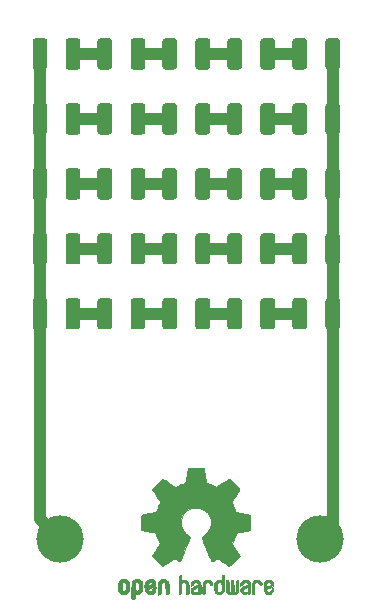
<source format=gbr>
G04 #@! TF.GenerationSoftware,KiCad,Pcbnew,5.1.6-c6e7f7d~87~ubuntu19.10.1*
G04 #@! TF.CreationDate,2020-10-15T12:23:37+04:00*
G04 #@! TF.ProjectId,ledy,6c656479-2e6b-4696-9361-645f70636258,rev?*
G04 #@! TF.SameCoordinates,Original*
G04 #@! TF.FileFunction,Copper,L1,Top*
G04 #@! TF.FilePolarity,Positive*
%FSLAX46Y46*%
G04 Gerber Fmt 4.6, Leading zero omitted, Abs format (unit mm)*
G04 Created by KiCad (PCBNEW 5.1.6-c6e7f7d~87~ubuntu19.10.1) date 2020-10-15 12:23:37*
%MOMM*%
%LPD*%
G01*
G04 APERTURE LIST*
G04 #@! TA.AperFunction,EtchedComponent*
%ADD10C,0.010000*%
G04 #@! TD*
G04 #@! TA.AperFunction,SMDPad,CuDef*
%ADD11C,4.000000*%
G04 #@! TD*
G04 #@! TA.AperFunction,Conductor*
%ADD12C,1.000000*%
G04 #@! TD*
G04 APERTURE END LIST*
D10*
G04 #@! TO.C,REF\u002A\u002A*
G36*
X220671900Y-125361903D02*
G01*
X220783450Y-125417522D01*
X220881908Y-125519931D01*
X220909023Y-125557864D01*
X220938562Y-125607500D01*
X220957728Y-125661412D01*
X220968693Y-125733364D01*
X220973629Y-125837122D01*
X220974713Y-125974101D01*
X220969818Y-126161815D01*
X220952804Y-126302758D01*
X220920177Y-126407908D01*
X220868442Y-126488243D01*
X220794104Y-126554741D01*
X220788642Y-126558678D01*
X220715380Y-126598953D01*
X220627160Y-126618880D01*
X220514962Y-126623793D01*
X220332567Y-126623793D01*
X220332491Y-126800857D01*
X220330793Y-126899470D01*
X220320450Y-126957314D01*
X220293422Y-126992006D01*
X220241668Y-127021164D01*
X220229239Y-127027121D01*
X220171077Y-127055039D01*
X220126044Y-127072672D01*
X220092559Y-127074194D01*
X220069038Y-127053781D01*
X220053900Y-127005607D01*
X220045563Y-126923846D01*
X220042444Y-126802672D01*
X220042960Y-126636260D01*
X220045529Y-126418785D01*
X220046332Y-126353736D01*
X220049222Y-126129502D01*
X220051812Y-125982821D01*
X220332414Y-125982821D01*
X220333991Y-126107326D01*
X220341000Y-126188787D01*
X220356858Y-126242515D01*
X220384981Y-126283823D01*
X220404075Y-126303971D01*
X220482135Y-126362921D01*
X220551247Y-126367720D01*
X220622560Y-126319038D01*
X220624368Y-126317241D01*
X220653383Y-126279618D01*
X220671033Y-126228484D01*
X220679936Y-126149738D01*
X220682709Y-126029276D01*
X220682759Y-126002588D01*
X220676058Y-125836583D01*
X220654248Y-125721505D01*
X220614765Y-125651254D01*
X220555044Y-125619729D01*
X220520528Y-125616552D01*
X220438611Y-125631460D01*
X220382421Y-125680548D01*
X220348598Y-125770362D01*
X220333780Y-125907445D01*
X220332414Y-125982821D01*
X220051812Y-125982821D01*
X220052287Y-125955952D01*
X220056247Y-125825382D01*
X220061826Y-125730087D01*
X220069746Y-125662364D01*
X220080731Y-125614507D01*
X220095501Y-125578813D01*
X220114782Y-125547578D01*
X220123049Y-125535824D01*
X220232712Y-125424797D01*
X220371365Y-125361847D01*
X220531754Y-125344297D01*
X220671900Y-125361903D01*
G37*
X220671900Y-125361903D02*
X220783450Y-125417522D01*
X220881908Y-125519931D01*
X220909023Y-125557864D01*
X220938562Y-125607500D01*
X220957728Y-125661412D01*
X220968693Y-125733364D01*
X220973629Y-125837122D01*
X220974713Y-125974101D01*
X220969818Y-126161815D01*
X220952804Y-126302758D01*
X220920177Y-126407908D01*
X220868442Y-126488243D01*
X220794104Y-126554741D01*
X220788642Y-126558678D01*
X220715380Y-126598953D01*
X220627160Y-126618880D01*
X220514962Y-126623793D01*
X220332567Y-126623793D01*
X220332491Y-126800857D01*
X220330793Y-126899470D01*
X220320450Y-126957314D01*
X220293422Y-126992006D01*
X220241668Y-127021164D01*
X220229239Y-127027121D01*
X220171077Y-127055039D01*
X220126044Y-127072672D01*
X220092559Y-127074194D01*
X220069038Y-127053781D01*
X220053900Y-127005607D01*
X220045563Y-126923846D01*
X220042444Y-126802672D01*
X220042960Y-126636260D01*
X220045529Y-126418785D01*
X220046332Y-126353736D01*
X220049222Y-126129502D01*
X220051812Y-125982821D01*
X220332414Y-125982821D01*
X220333991Y-126107326D01*
X220341000Y-126188787D01*
X220356858Y-126242515D01*
X220384981Y-126283823D01*
X220404075Y-126303971D01*
X220482135Y-126362921D01*
X220551247Y-126367720D01*
X220622560Y-126319038D01*
X220624368Y-126317241D01*
X220653383Y-126279618D01*
X220671033Y-126228484D01*
X220679936Y-126149738D01*
X220682709Y-126029276D01*
X220682759Y-126002588D01*
X220676058Y-125836583D01*
X220654248Y-125721505D01*
X220614765Y-125651254D01*
X220555044Y-125619729D01*
X220520528Y-125616552D01*
X220438611Y-125631460D01*
X220382421Y-125680548D01*
X220348598Y-125770362D01*
X220333780Y-125907445D01*
X220332414Y-125982821D01*
X220051812Y-125982821D01*
X220052287Y-125955952D01*
X220056247Y-125825382D01*
X220061826Y-125730087D01*
X220069746Y-125662364D01*
X220080731Y-125614507D01*
X220095501Y-125578813D01*
X220114782Y-125547578D01*
X220123049Y-125535824D01*
X220232712Y-125424797D01*
X220371365Y-125361847D01*
X220531754Y-125344297D01*
X220671900Y-125361903D01*
G36*
X222917429Y-125377719D02*
G01*
X223011123Y-125431914D01*
X223076264Y-125485707D01*
X223123907Y-125542066D01*
X223156728Y-125610987D01*
X223177406Y-125702468D01*
X223188620Y-125826506D01*
X223193049Y-125993098D01*
X223193563Y-126112851D01*
X223193563Y-126553659D01*
X223069483Y-126609283D01*
X222945402Y-126664907D01*
X222930805Y-126182095D01*
X222924773Y-126001779D01*
X222918445Y-125870901D01*
X222910606Y-125780511D01*
X222900037Y-125721664D01*
X222885523Y-125685413D01*
X222865848Y-125662810D01*
X222859535Y-125657917D01*
X222763888Y-125619706D01*
X222667207Y-125634827D01*
X222609655Y-125674943D01*
X222586245Y-125703370D01*
X222570039Y-125740672D01*
X222559741Y-125797223D01*
X222554049Y-125883394D01*
X222551664Y-126009558D01*
X222551264Y-126141042D01*
X222551186Y-126305999D01*
X222548361Y-126422761D01*
X222538907Y-126501510D01*
X222518940Y-126552431D01*
X222484576Y-126585706D01*
X222431932Y-126611520D01*
X222361617Y-126638344D01*
X222284820Y-126667542D01*
X222293962Y-126149346D01*
X222297643Y-125962539D01*
X222301950Y-125824490D01*
X222308123Y-125725568D01*
X222317402Y-125656145D01*
X222331027Y-125606590D01*
X222350239Y-125567273D01*
X222373402Y-125532584D01*
X222485152Y-125421770D01*
X222621513Y-125357689D01*
X222769825Y-125342339D01*
X222917429Y-125377719D01*
G37*
X222917429Y-125377719D02*
X223011123Y-125431914D01*
X223076264Y-125485707D01*
X223123907Y-125542066D01*
X223156728Y-125610987D01*
X223177406Y-125702468D01*
X223188620Y-125826506D01*
X223193049Y-125993098D01*
X223193563Y-126112851D01*
X223193563Y-126553659D01*
X223069483Y-126609283D01*
X222945402Y-126664907D01*
X222930805Y-126182095D01*
X222924773Y-126001779D01*
X222918445Y-125870901D01*
X222910606Y-125780511D01*
X222900037Y-125721664D01*
X222885523Y-125685413D01*
X222865848Y-125662810D01*
X222859535Y-125657917D01*
X222763888Y-125619706D01*
X222667207Y-125634827D01*
X222609655Y-125674943D01*
X222586245Y-125703370D01*
X222570039Y-125740672D01*
X222559741Y-125797223D01*
X222554049Y-125883394D01*
X222551664Y-126009558D01*
X222551264Y-126141042D01*
X222551186Y-126305999D01*
X222548361Y-126422761D01*
X222538907Y-126501510D01*
X222518940Y-126552431D01*
X222484576Y-126585706D01*
X222431932Y-126611520D01*
X222361617Y-126638344D01*
X222284820Y-126667542D01*
X222293962Y-126149346D01*
X222297643Y-125962539D01*
X222301950Y-125824490D01*
X222308123Y-125725568D01*
X222317402Y-125656145D01*
X222331027Y-125606590D01*
X222350239Y-125567273D01*
X222373402Y-125532584D01*
X222485152Y-125421770D01*
X222621513Y-125357689D01*
X222769825Y-125342339D01*
X222917429Y-125377719D01*
G36*
X219548221Y-125366015D02*
G01*
X219685061Y-125437968D01*
X219786051Y-125553766D01*
X219821925Y-125628213D01*
X219849839Y-125739992D01*
X219864129Y-125881227D01*
X219865484Y-126035371D01*
X219854595Y-126185879D01*
X219832153Y-126316205D01*
X219798850Y-126409803D01*
X219788615Y-126425922D01*
X219667382Y-126546249D01*
X219523387Y-126618317D01*
X219367139Y-126639408D01*
X219209148Y-126606802D01*
X219165180Y-126587253D01*
X219079556Y-126527012D01*
X219004408Y-126447135D01*
X218997306Y-126437004D01*
X218968439Y-126388181D01*
X218949357Y-126335990D01*
X218938084Y-126267285D01*
X218932645Y-126168918D01*
X218931062Y-126027744D01*
X218931035Y-125996092D01*
X218931107Y-125986019D01*
X219222989Y-125986019D01*
X219224687Y-126119256D01*
X219231372Y-126207674D01*
X219245425Y-126264785D01*
X219269229Y-126304102D01*
X219281379Y-126317241D01*
X219351236Y-126367172D01*
X219419059Y-126364895D01*
X219487635Y-126321584D01*
X219528535Y-126275346D01*
X219552758Y-126207857D01*
X219566361Y-126101433D01*
X219567294Y-126089020D01*
X219569616Y-125896147D01*
X219545350Y-125752900D01*
X219494824Y-125660160D01*
X219418368Y-125618807D01*
X219391076Y-125616552D01*
X219319411Y-125627893D01*
X219270390Y-125667184D01*
X219240418Y-125742326D01*
X219225899Y-125861222D01*
X219222989Y-125986019D01*
X218931107Y-125986019D01*
X218932122Y-125845659D01*
X218936688Y-125740549D01*
X218946688Y-125667714D01*
X218964079Y-125614108D01*
X218990816Y-125566681D01*
X218996724Y-125557864D01*
X219096032Y-125439007D01*
X219204242Y-125370008D01*
X219335981Y-125342619D01*
X219380717Y-125341281D01*
X219548221Y-125366015D01*
G37*
X219548221Y-125366015D02*
X219685061Y-125437968D01*
X219786051Y-125553766D01*
X219821925Y-125628213D01*
X219849839Y-125739992D01*
X219864129Y-125881227D01*
X219865484Y-126035371D01*
X219854595Y-126185879D01*
X219832153Y-126316205D01*
X219798850Y-126409803D01*
X219788615Y-126425922D01*
X219667382Y-126546249D01*
X219523387Y-126618317D01*
X219367139Y-126639408D01*
X219209148Y-126606802D01*
X219165180Y-126587253D01*
X219079556Y-126527012D01*
X219004408Y-126447135D01*
X218997306Y-126437004D01*
X218968439Y-126388181D01*
X218949357Y-126335990D01*
X218938084Y-126267285D01*
X218932645Y-126168918D01*
X218931062Y-126027744D01*
X218931035Y-125996092D01*
X218931107Y-125986019D01*
X219222989Y-125986019D01*
X219224687Y-126119256D01*
X219231372Y-126207674D01*
X219245425Y-126264785D01*
X219269229Y-126304102D01*
X219281379Y-126317241D01*
X219351236Y-126367172D01*
X219419059Y-126364895D01*
X219487635Y-126321584D01*
X219528535Y-126275346D01*
X219552758Y-126207857D01*
X219566361Y-126101433D01*
X219567294Y-126089020D01*
X219569616Y-125896147D01*
X219545350Y-125752900D01*
X219494824Y-125660160D01*
X219418368Y-125618807D01*
X219391076Y-125616552D01*
X219319411Y-125627893D01*
X219270390Y-125667184D01*
X219240418Y-125742326D01*
X219225899Y-125861222D01*
X219222989Y-125986019D01*
X218931107Y-125986019D01*
X218932122Y-125845659D01*
X218936688Y-125740549D01*
X218946688Y-125667714D01*
X218964079Y-125614108D01*
X218990816Y-125566681D01*
X218996724Y-125557864D01*
X219096032Y-125439007D01*
X219204242Y-125370008D01*
X219335981Y-125342619D01*
X219380717Y-125341281D01*
X219548221Y-125366015D01*
G36*
X221815552Y-125384676D02*
G01*
X221930658Y-125462111D01*
X222019611Y-125573949D01*
X222072749Y-125716265D01*
X222083497Y-125821015D01*
X222082276Y-125864726D01*
X222072056Y-125898194D01*
X222043961Y-125928179D01*
X221989116Y-125961440D01*
X221898645Y-126004738D01*
X221763672Y-126064833D01*
X221762989Y-126065134D01*
X221638751Y-126122037D01*
X221536873Y-126172565D01*
X221467767Y-126211280D01*
X221441846Y-126232740D01*
X221441839Y-126232913D01*
X221464685Y-126279644D01*
X221518109Y-126331154D01*
X221579442Y-126368261D01*
X221610515Y-126375632D01*
X221695289Y-126350138D01*
X221768293Y-126286291D01*
X221803913Y-126216094D01*
X221838180Y-126164343D01*
X221905303Y-126105409D01*
X221984208Y-126054496D01*
X222053821Y-126026809D01*
X222068377Y-126025287D01*
X222084763Y-126050321D01*
X222085750Y-126114311D01*
X222073708Y-126200593D01*
X222051007Y-126292501D01*
X222020014Y-126373369D01*
X222018448Y-126376509D01*
X221925181Y-126506734D01*
X221804304Y-126595311D01*
X221667027Y-126638786D01*
X221524560Y-126633706D01*
X221388112Y-126576616D01*
X221382045Y-126572602D01*
X221274710Y-126475326D01*
X221204132Y-126348409D01*
X221165074Y-126181526D01*
X221159832Y-126134639D01*
X221150548Y-125913329D01*
X221161678Y-125810124D01*
X221441839Y-125810124D01*
X221445479Y-125874503D01*
X221465389Y-125893291D01*
X221515026Y-125879235D01*
X221593267Y-125846009D01*
X221680726Y-125804359D01*
X221682899Y-125803256D01*
X221757030Y-125764265D01*
X221786781Y-125738244D01*
X221779445Y-125710965D01*
X221748553Y-125675121D01*
X221669960Y-125623251D01*
X221585323Y-125619439D01*
X221509403Y-125657189D01*
X221456965Y-125730001D01*
X221441839Y-125810124D01*
X221161678Y-125810124D01*
X221169644Y-125736261D01*
X221218634Y-125595829D01*
X221286836Y-125497447D01*
X221409935Y-125398030D01*
X221545528Y-125348711D01*
X221683955Y-125345568D01*
X221815552Y-125384676D01*
G37*
X221815552Y-125384676D02*
X221930658Y-125462111D01*
X222019611Y-125573949D01*
X222072749Y-125716265D01*
X222083497Y-125821015D01*
X222082276Y-125864726D01*
X222072056Y-125898194D01*
X222043961Y-125928179D01*
X221989116Y-125961440D01*
X221898645Y-126004738D01*
X221763672Y-126064833D01*
X221762989Y-126065134D01*
X221638751Y-126122037D01*
X221536873Y-126172565D01*
X221467767Y-126211280D01*
X221441846Y-126232740D01*
X221441839Y-126232913D01*
X221464685Y-126279644D01*
X221518109Y-126331154D01*
X221579442Y-126368261D01*
X221610515Y-126375632D01*
X221695289Y-126350138D01*
X221768293Y-126286291D01*
X221803913Y-126216094D01*
X221838180Y-126164343D01*
X221905303Y-126105409D01*
X221984208Y-126054496D01*
X222053821Y-126026809D01*
X222068377Y-126025287D01*
X222084763Y-126050321D01*
X222085750Y-126114311D01*
X222073708Y-126200593D01*
X222051007Y-126292501D01*
X222020014Y-126373369D01*
X222018448Y-126376509D01*
X221925181Y-126506734D01*
X221804304Y-126595311D01*
X221667027Y-126638786D01*
X221524560Y-126633706D01*
X221388112Y-126576616D01*
X221382045Y-126572602D01*
X221274710Y-126475326D01*
X221204132Y-126348409D01*
X221165074Y-126181526D01*
X221159832Y-126134639D01*
X221150548Y-125913329D01*
X221161678Y-125810124D01*
X221441839Y-125810124D01*
X221445479Y-125874503D01*
X221465389Y-125893291D01*
X221515026Y-125879235D01*
X221593267Y-125846009D01*
X221680726Y-125804359D01*
X221682899Y-125803256D01*
X221757030Y-125764265D01*
X221786781Y-125738244D01*
X221779445Y-125710965D01*
X221748553Y-125675121D01*
X221669960Y-125623251D01*
X221585323Y-125619439D01*
X221509403Y-125657189D01*
X221456965Y-125730001D01*
X221441839Y-125810124D01*
X221161678Y-125810124D01*
X221169644Y-125736261D01*
X221218634Y-125595829D01*
X221286836Y-125497447D01*
X221409935Y-125398030D01*
X221545528Y-125348711D01*
X221683955Y-125345568D01*
X221815552Y-125384676D01*
G36*
X224244598Y-125223857D02*
G01*
X224253154Y-125343188D01*
X224262981Y-125413506D01*
X224276599Y-125444179D01*
X224296527Y-125444571D01*
X224302989Y-125440910D01*
X224388940Y-125414398D01*
X224500745Y-125415946D01*
X224614414Y-125443199D01*
X224685510Y-125478455D01*
X224758405Y-125534778D01*
X224811693Y-125598519D01*
X224848275Y-125679510D01*
X224871050Y-125787586D01*
X224882919Y-125932580D01*
X224886782Y-126124326D01*
X224886851Y-126161109D01*
X224886897Y-126574288D01*
X224794954Y-126606339D01*
X224729652Y-126628144D01*
X224693824Y-126638297D01*
X224692770Y-126638391D01*
X224689242Y-126610860D01*
X224686239Y-126534923D01*
X224683990Y-126420565D01*
X224682724Y-126277769D01*
X224682529Y-126190951D01*
X224682123Y-126019773D01*
X224680032Y-125897088D01*
X224674947Y-125813000D01*
X224665560Y-125757614D01*
X224650561Y-125721032D01*
X224628642Y-125693359D01*
X224614957Y-125680032D01*
X224520949Y-125626328D01*
X224418364Y-125622307D01*
X224325290Y-125667725D01*
X224308078Y-125684123D01*
X224282832Y-125714957D01*
X224265320Y-125751531D01*
X224254142Y-125804415D01*
X224247896Y-125884177D01*
X224245182Y-126001385D01*
X224244598Y-126162991D01*
X224244598Y-126574288D01*
X224152655Y-126606339D01*
X224087353Y-126628144D01*
X224051525Y-126638297D01*
X224050471Y-126638391D01*
X224047775Y-126610448D01*
X224045345Y-126531630D01*
X224043278Y-126409453D01*
X224041671Y-126251432D01*
X224040623Y-126065083D01*
X224040231Y-125857920D01*
X224040230Y-125848706D01*
X224040230Y-125059020D01*
X224135115Y-125018997D01*
X224230000Y-124978973D01*
X224244598Y-125223857D01*
G37*
X224244598Y-125223857D02*
X224253154Y-125343188D01*
X224262981Y-125413506D01*
X224276599Y-125444179D01*
X224296527Y-125444571D01*
X224302989Y-125440910D01*
X224388940Y-125414398D01*
X224500745Y-125415946D01*
X224614414Y-125443199D01*
X224685510Y-125478455D01*
X224758405Y-125534778D01*
X224811693Y-125598519D01*
X224848275Y-125679510D01*
X224871050Y-125787586D01*
X224882919Y-125932580D01*
X224886782Y-126124326D01*
X224886851Y-126161109D01*
X224886897Y-126574288D01*
X224794954Y-126606339D01*
X224729652Y-126628144D01*
X224693824Y-126638297D01*
X224692770Y-126638391D01*
X224689242Y-126610860D01*
X224686239Y-126534923D01*
X224683990Y-126420565D01*
X224682724Y-126277769D01*
X224682529Y-126190951D01*
X224682123Y-126019773D01*
X224680032Y-125897088D01*
X224674947Y-125813000D01*
X224665560Y-125757614D01*
X224650561Y-125721032D01*
X224628642Y-125693359D01*
X224614957Y-125680032D01*
X224520949Y-125626328D01*
X224418364Y-125622307D01*
X224325290Y-125667725D01*
X224308078Y-125684123D01*
X224282832Y-125714957D01*
X224265320Y-125751531D01*
X224254142Y-125804415D01*
X224247896Y-125884177D01*
X224245182Y-126001385D01*
X224244598Y-126162991D01*
X224244598Y-126574288D01*
X224152655Y-126606339D01*
X224087353Y-126628144D01*
X224051525Y-126638297D01*
X224050471Y-126638391D01*
X224047775Y-126610448D01*
X224045345Y-126531630D01*
X224043278Y-126409453D01*
X224041671Y-126251432D01*
X224040623Y-126065083D01*
X224040231Y-125857920D01*
X224040230Y-125848706D01*
X224040230Y-125059020D01*
X224135115Y-125018997D01*
X224230000Y-124978973D01*
X224244598Y-125223857D01*
G36*
X225579944Y-125424360D02*
G01*
X225694343Y-125466842D01*
X225695652Y-125467658D01*
X225766403Y-125519730D01*
X225818636Y-125580584D01*
X225855371Y-125659887D01*
X225879634Y-125767309D01*
X225894445Y-125912517D01*
X225902829Y-126105179D01*
X225903564Y-126132628D01*
X225914120Y-126546521D01*
X225825291Y-126592456D01*
X225761018Y-126623498D01*
X225722210Y-126638206D01*
X225720415Y-126638391D01*
X225713700Y-126611250D01*
X225708365Y-126538041D01*
X225705083Y-126431081D01*
X225704368Y-126344469D01*
X225704351Y-126204162D01*
X225697937Y-126116051D01*
X225675580Y-126074025D01*
X225627732Y-126071975D01*
X225544849Y-126103790D01*
X225419713Y-126162272D01*
X225327697Y-126210845D01*
X225280371Y-126252986D01*
X225266458Y-126298916D01*
X225266437Y-126301189D01*
X225289395Y-126380311D01*
X225357370Y-126423055D01*
X225461398Y-126429246D01*
X225536330Y-126428172D01*
X225575839Y-126449753D01*
X225600478Y-126501591D01*
X225614659Y-126567632D01*
X225594223Y-126605104D01*
X225586528Y-126610467D01*
X225514083Y-126632006D01*
X225412633Y-126635055D01*
X225308157Y-126620778D01*
X225234125Y-126594688D01*
X225131772Y-126507785D01*
X225073591Y-126386816D01*
X225062069Y-126292308D01*
X225070862Y-126207062D01*
X225102680Y-126137476D01*
X225165684Y-126075672D01*
X225268031Y-126013772D01*
X225417882Y-125943897D01*
X225427012Y-125939948D01*
X225561997Y-125877588D01*
X225645294Y-125826446D01*
X225680997Y-125780488D01*
X225673203Y-125733683D01*
X225626007Y-125679998D01*
X225611894Y-125667644D01*
X225517359Y-125619741D01*
X225419406Y-125621758D01*
X225334097Y-125668724D01*
X225277496Y-125755669D01*
X225272237Y-125772734D01*
X225221023Y-125855504D01*
X225156037Y-125895372D01*
X225062069Y-125934882D01*
X225062069Y-125832658D01*
X225090653Y-125684072D01*
X225175495Y-125547784D01*
X225219645Y-125502191D01*
X225320005Y-125443674D01*
X225447635Y-125417184D01*
X225579944Y-125424360D01*
G37*
X225579944Y-125424360D02*
X225694343Y-125466842D01*
X225695652Y-125467658D01*
X225766403Y-125519730D01*
X225818636Y-125580584D01*
X225855371Y-125659887D01*
X225879634Y-125767309D01*
X225894445Y-125912517D01*
X225902829Y-126105179D01*
X225903564Y-126132628D01*
X225914120Y-126546521D01*
X225825291Y-126592456D01*
X225761018Y-126623498D01*
X225722210Y-126638206D01*
X225720415Y-126638391D01*
X225713700Y-126611250D01*
X225708365Y-126538041D01*
X225705083Y-126431081D01*
X225704368Y-126344469D01*
X225704351Y-126204162D01*
X225697937Y-126116051D01*
X225675580Y-126074025D01*
X225627732Y-126071975D01*
X225544849Y-126103790D01*
X225419713Y-126162272D01*
X225327697Y-126210845D01*
X225280371Y-126252986D01*
X225266458Y-126298916D01*
X225266437Y-126301189D01*
X225289395Y-126380311D01*
X225357370Y-126423055D01*
X225461398Y-126429246D01*
X225536330Y-126428172D01*
X225575839Y-126449753D01*
X225600478Y-126501591D01*
X225614659Y-126567632D01*
X225594223Y-126605104D01*
X225586528Y-126610467D01*
X225514083Y-126632006D01*
X225412633Y-126635055D01*
X225308157Y-126620778D01*
X225234125Y-126594688D01*
X225131772Y-126507785D01*
X225073591Y-126386816D01*
X225062069Y-126292308D01*
X225070862Y-126207062D01*
X225102680Y-126137476D01*
X225165684Y-126075672D01*
X225268031Y-126013772D01*
X225417882Y-125943897D01*
X225427012Y-125939948D01*
X225561997Y-125877588D01*
X225645294Y-125826446D01*
X225680997Y-125780488D01*
X225673203Y-125733683D01*
X225626007Y-125679998D01*
X225611894Y-125667644D01*
X225517359Y-125619741D01*
X225419406Y-125621758D01*
X225334097Y-125668724D01*
X225277496Y-125755669D01*
X225272237Y-125772734D01*
X225221023Y-125855504D01*
X225156037Y-125895372D01*
X225062069Y-125934882D01*
X225062069Y-125832658D01*
X225090653Y-125684072D01*
X225175495Y-125547784D01*
X225219645Y-125502191D01*
X225320005Y-125443674D01*
X225447635Y-125417184D01*
X225579944Y-125424360D01*
G36*
X226565943Y-125421920D02*
G01*
X226698565Y-125470859D01*
X226806010Y-125557419D01*
X226848032Y-125618352D01*
X226893843Y-125730161D01*
X226892891Y-125811006D01*
X226844808Y-125865378D01*
X226827017Y-125874624D01*
X226750204Y-125903450D01*
X226710976Y-125896065D01*
X226697689Y-125847658D01*
X226697012Y-125820920D01*
X226672686Y-125722548D01*
X226609281Y-125653734D01*
X226521154Y-125620498D01*
X226422663Y-125628861D01*
X226342602Y-125672296D01*
X226315561Y-125697072D01*
X226296394Y-125727129D01*
X226283446Y-125772565D01*
X226275064Y-125843476D01*
X226269593Y-125949960D01*
X226265378Y-126102112D01*
X226264287Y-126150287D01*
X226260307Y-126315095D01*
X226255781Y-126431088D01*
X226248995Y-126507833D01*
X226238231Y-126554893D01*
X226221773Y-126581835D01*
X226197906Y-126598223D01*
X226182626Y-126605463D01*
X226117733Y-126630220D01*
X226079534Y-126638391D01*
X226066912Y-126611103D01*
X226059208Y-126528603D01*
X226056380Y-126389941D01*
X226058386Y-126194162D01*
X226059011Y-126163965D01*
X226063421Y-125985349D01*
X226068635Y-125854923D01*
X226076055Y-125762492D01*
X226087082Y-125697858D01*
X226103117Y-125650825D01*
X226125561Y-125611196D01*
X226137302Y-125594215D01*
X226204619Y-125519080D01*
X226279910Y-125460638D01*
X226289128Y-125455536D01*
X226424133Y-125415260D01*
X226565943Y-125421920D01*
G37*
X226565943Y-125421920D02*
X226698565Y-125470859D01*
X226806010Y-125557419D01*
X226848032Y-125618352D01*
X226893843Y-125730161D01*
X226892891Y-125811006D01*
X226844808Y-125865378D01*
X226827017Y-125874624D01*
X226750204Y-125903450D01*
X226710976Y-125896065D01*
X226697689Y-125847658D01*
X226697012Y-125820920D01*
X226672686Y-125722548D01*
X226609281Y-125653734D01*
X226521154Y-125620498D01*
X226422663Y-125628861D01*
X226342602Y-125672296D01*
X226315561Y-125697072D01*
X226296394Y-125727129D01*
X226283446Y-125772565D01*
X226275064Y-125843476D01*
X226269593Y-125949960D01*
X226265378Y-126102112D01*
X226264287Y-126150287D01*
X226260307Y-126315095D01*
X226255781Y-126431088D01*
X226248995Y-126507833D01*
X226238231Y-126554893D01*
X226221773Y-126581835D01*
X226197906Y-126598223D01*
X226182626Y-126605463D01*
X226117733Y-126630220D01*
X226079534Y-126638391D01*
X226066912Y-126611103D01*
X226059208Y-126528603D01*
X226056380Y-126389941D01*
X226058386Y-126194162D01*
X226059011Y-126163965D01*
X226063421Y-125985349D01*
X226068635Y-125854923D01*
X226076055Y-125762492D01*
X226087082Y-125697858D01*
X226103117Y-125650825D01*
X226125561Y-125611196D01*
X226137302Y-125594215D01*
X226204619Y-125519080D01*
X226279910Y-125460638D01*
X226289128Y-125455536D01*
X226424133Y-125415260D01*
X226565943Y-125421920D01*
G36*
X227893914Y-125654455D02*
G01*
X227893543Y-125872661D01*
X227892108Y-126040519D01*
X227889002Y-126166070D01*
X227883622Y-126257355D01*
X227875362Y-126322415D01*
X227863616Y-126369291D01*
X227847781Y-126406024D01*
X227835790Y-126426991D01*
X227736490Y-126540694D01*
X227610588Y-126611965D01*
X227471291Y-126637538D01*
X227331805Y-126614150D01*
X227248743Y-126572119D01*
X227161545Y-126499411D01*
X227102117Y-126410612D01*
X227066261Y-126294320D01*
X227049781Y-126139135D01*
X227047447Y-126025287D01*
X227047761Y-126017106D01*
X227251724Y-126017106D01*
X227252970Y-126147657D01*
X227258678Y-126234080D01*
X227271804Y-126290618D01*
X227295306Y-126331514D01*
X227323386Y-126362362D01*
X227417688Y-126421905D01*
X227518940Y-126426992D01*
X227614636Y-126377279D01*
X227622084Y-126370543D01*
X227653874Y-126335502D01*
X227673808Y-126293811D01*
X227684600Y-126231762D01*
X227688965Y-126135644D01*
X227689655Y-126029379D01*
X227688159Y-125895880D01*
X227681964Y-125806822D01*
X227668514Y-125748293D01*
X227645251Y-125706382D01*
X227626175Y-125684123D01*
X227537563Y-125627985D01*
X227435508Y-125621235D01*
X227338095Y-125664114D01*
X227319296Y-125680032D01*
X227287293Y-125715382D01*
X227267318Y-125757502D01*
X227256593Y-125820251D01*
X227252339Y-125917487D01*
X227251724Y-126017106D01*
X227047761Y-126017106D01*
X227054504Y-125841947D01*
X227078472Y-125704195D01*
X227123548Y-125600632D01*
X227193928Y-125519856D01*
X227248743Y-125478455D01*
X227348376Y-125433728D01*
X227463855Y-125412967D01*
X227571199Y-125418525D01*
X227631264Y-125440943D01*
X227654835Y-125447323D01*
X227670477Y-125423535D01*
X227681395Y-125359788D01*
X227689655Y-125262687D01*
X227698699Y-125154541D01*
X227711261Y-125089475D01*
X227734119Y-125052268D01*
X227774051Y-125027699D01*
X227799138Y-125016819D01*
X227894023Y-124977072D01*
X227893914Y-125654455D01*
G37*
X227893914Y-125654455D02*
X227893543Y-125872661D01*
X227892108Y-126040519D01*
X227889002Y-126166070D01*
X227883622Y-126257355D01*
X227875362Y-126322415D01*
X227863616Y-126369291D01*
X227847781Y-126406024D01*
X227835790Y-126426991D01*
X227736490Y-126540694D01*
X227610588Y-126611965D01*
X227471291Y-126637538D01*
X227331805Y-126614150D01*
X227248743Y-126572119D01*
X227161545Y-126499411D01*
X227102117Y-126410612D01*
X227066261Y-126294320D01*
X227049781Y-126139135D01*
X227047447Y-126025287D01*
X227047761Y-126017106D01*
X227251724Y-126017106D01*
X227252970Y-126147657D01*
X227258678Y-126234080D01*
X227271804Y-126290618D01*
X227295306Y-126331514D01*
X227323386Y-126362362D01*
X227417688Y-126421905D01*
X227518940Y-126426992D01*
X227614636Y-126377279D01*
X227622084Y-126370543D01*
X227653874Y-126335502D01*
X227673808Y-126293811D01*
X227684600Y-126231762D01*
X227688965Y-126135644D01*
X227689655Y-126029379D01*
X227688159Y-125895880D01*
X227681964Y-125806822D01*
X227668514Y-125748293D01*
X227645251Y-125706382D01*
X227626175Y-125684123D01*
X227537563Y-125627985D01*
X227435508Y-125621235D01*
X227338095Y-125664114D01*
X227319296Y-125680032D01*
X227287293Y-125715382D01*
X227267318Y-125757502D01*
X227256593Y-125820251D01*
X227252339Y-125917487D01*
X227251724Y-126017106D01*
X227047761Y-126017106D01*
X227054504Y-125841947D01*
X227078472Y-125704195D01*
X227123548Y-125600632D01*
X227193928Y-125519856D01*
X227248743Y-125478455D01*
X227348376Y-125433728D01*
X227463855Y-125412967D01*
X227571199Y-125418525D01*
X227631264Y-125440943D01*
X227654835Y-125447323D01*
X227670477Y-125423535D01*
X227681395Y-125359788D01*
X227689655Y-125262687D01*
X227698699Y-125154541D01*
X227711261Y-125089475D01*
X227734119Y-125052268D01*
X227774051Y-125027699D01*
X227799138Y-125016819D01*
X227894023Y-124977072D01*
X227893914Y-125654455D01*
G36*
X229080124Y-125439840D02*
G01*
X229084579Y-125516653D01*
X229088071Y-125633391D01*
X229090315Y-125780821D01*
X229091035Y-125935455D01*
X229091035Y-126458727D01*
X228998645Y-126551117D01*
X228934978Y-126608047D01*
X228879089Y-126631107D01*
X228802702Y-126629647D01*
X228772380Y-126625934D01*
X228677610Y-126615126D01*
X228599222Y-126608933D01*
X228580115Y-126608361D01*
X228515699Y-126612102D01*
X228423571Y-126621494D01*
X228387850Y-126625934D01*
X228300114Y-126632801D01*
X228241153Y-126617885D01*
X228182690Y-126571835D01*
X228161585Y-126551117D01*
X228069195Y-126458727D01*
X228069195Y-125479947D01*
X228143558Y-125446066D01*
X228207590Y-125420970D01*
X228245052Y-125412184D01*
X228254657Y-125439950D01*
X228263635Y-125517530D01*
X228271386Y-125636348D01*
X228277314Y-125787828D01*
X228280173Y-125915805D01*
X228288161Y-126419425D01*
X228357848Y-126429278D01*
X228421229Y-126422389D01*
X228452286Y-126400083D01*
X228460967Y-126358379D01*
X228468378Y-126269544D01*
X228473931Y-126144834D01*
X228477036Y-125995507D01*
X228477484Y-125918661D01*
X228477931Y-125476287D01*
X228569874Y-125444235D01*
X228634949Y-125422443D01*
X228670347Y-125412281D01*
X228671368Y-125412184D01*
X228674920Y-125439809D01*
X228678823Y-125516411D01*
X228682751Y-125632579D01*
X228686376Y-125778904D01*
X228688908Y-125915805D01*
X228696897Y-126419425D01*
X228872069Y-126419425D01*
X228880107Y-125959965D01*
X228888146Y-125500505D01*
X228973543Y-125456344D01*
X229036593Y-125426019D01*
X229073910Y-125412258D01*
X229074987Y-125412184D01*
X229080124Y-125439840D01*
G37*
X229080124Y-125439840D02*
X229084579Y-125516653D01*
X229088071Y-125633391D01*
X229090315Y-125780821D01*
X229091035Y-125935455D01*
X229091035Y-126458727D01*
X228998645Y-126551117D01*
X228934978Y-126608047D01*
X228879089Y-126631107D01*
X228802702Y-126629647D01*
X228772380Y-126625934D01*
X228677610Y-126615126D01*
X228599222Y-126608933D01*
X228580115Y-126608361D01*
X228515699Y-126612102D01*
X228423571Y-126621494D01*
X228387850Y-126625934D01*
X228300114Y-126632801D01*
X228241153Y-126617885D01*
X228182690Y-126571835D01*
X228161585Y-126551117D01*
X228069195Y-126458727D01*
X228069195Y-125479947D01*
X228143558Y-125446066D01*
X228207590Y-125420970D01*
X228245052Y-125412184D01*
X228254657Y-125439950D01*
X228263635Y-125517530D01*
X228271386Y-125636348D01*
X228277314Y-125787828D01*
X228280173Y-125915805D01*
X228288161Y-126419425D01*
X228357848Y-126429278D01*
X228421229Y-126422389D01*
X228452286Y-126400083D01*
X228460967Y-126358379D01*
X228468378Y-126269544D01*
X228473931Y-126144834D01*
X228477036Y-125995507D01*
X228477484Y-125918661D01*
X228477931Y-125476287D01*
X228569874Y-125444235D01*
X228634949Y-125422443D01*
X228670347Y-125412281D01*
X228671368Y-125412184D01*
X228674920Y-125439809D01*
X228678823Y-125516411D01*
X228682751Y-125632579D01*
X228686376Y-125778904D01*
X228688908Y-125915805D01*
X228696897Y-126419425D01*
X228872069Y-126419425D01*
X228880107Y-125959965D01*
X228888146Y-125500505D01*
X228973543Y-125456344D01*
X229036593Y-125426019D01*
X229073910Y-125412258D01*
X229074987Y-125412184D01*
X229080124Y-125439840D01*
G36*
X229814406Y-125435156D02*
G01*
X229898469Y-125473393D01*
X229964450Y-125519726D01*
X230012794Y-125571532D01*
X230046172Y-125638363D01*
X230067253Y-125729769D01*
X230078707Y-125855301D01*
X230083203Y-126024508D01*
X230083678Y-126135933D01*
X230083678Y-126570627D01*
X230009316Y-126604509D01*
X229950746Y-126629272D01*
X229921730Y-126638391D01*
X229916179Y-126611257D01*
X229911775Y-126538094D01*
X229909078Y-126431263D01*
X229908506Y-126346437D01*
X229906046Y-126223887D01*
X229899412Y-126126668D01*
X229889726Y-126067134D01*
X229882032Y-126054483D01*
X229830311Y-126067402D01*
X229749117Y-126100539D01*
X229655102Y-126145461D01*
X229564917Y-126193735D01*
X229495215Y-126236928D01*
X229462648Y-126266608D01*
X229462519Y-126266929D01*
X229465320Y-126321857D01*
X229490439Y-126374292D01*
X229534541Y-126416881D01*
X229598909Y-126431126D01*
X229653921Y-126429466D01*
X229731835Y-126428245D01*
X229772732Y-126446498D01*
X229797295Y-126494726D01*
X229800392Y-126503820D01*
X229811040Y-126572598D01*
X229782565Y-126614360D01*
X229708344Y-126634263D01*
X229628168Y-126637944D01*
X229483890Y-126610658D01*
X229409203Y-126571690D01*
X229316963Y-126480148D01*
X229268043Y-126367782D01*
X229263654Y-126249051D01*
X229305001Y-126138411D01*
X229367197Y-126069080D01*
X229429294Y-126030265D01*
X229526895Y-125981125D01*
X229640632Y-125931292D01*
X229659590Y-125923677D01*
X229784521Y-125868545D01*
X229856539Y-125819954D01*
X229879700Y-125771647D01*
X229858064Y-125717370D01*
X229820920Y-125674943D01*
X229733127Y-125622702D01*
X229636530Y-125618784D01*
X229547944Y-125659041D01*
X229484186Y-125739326D01*
X229475817Y-125760040D01*
X229427096Y-125836225D01*
X229355965Y-125892785D01*
X229266207Y-125939201D01*
X229266207Y-125807584D01*
X229271490Y-125727168D01*
X229294142Y-125663786D01*
X229344367Y-125596163D01*
X229392582Y-125544076D01*
X229467554Y-125470322D01*
X229525806Y-125430702D01*
X229588372Y-125414810D01*
X229659193Y-125412184D01*
X229814406Y-125435156D01*
G37*
X229814406Y-125435156D02*
X229898469Y-125473393D01*
X229964450Y-125519726D01*
X230012794Y-125571532D01*
X230046172Y-125638363D01*
X230067253Y-125729769D01*
X230078707Y-125855301D01*
X230083203Y-126024508D01*
X230083678Y-126135933D01*
X230083678Y-126570627D01*
X230009316Y-126604509D01*
X229950746Y-126629272D01*
X229921730Y-126638391D01*
X229916179Y-126611257D01*
X229911775Y-126538094D01*
X229909078Y-126431263D01*
X229908506Y-126346437D01*
X229906046Y-126223887D01*
X229899412Y-126126668D01*
X229889726Y-126067134D01*
X229882032Y-126054483D01*
X229830311Y-126067402D01*
X229749117Y-126100539D01*
X229655102Y-126145461D01*
X229564917Y-126193735D01*
X229495215Y-126236928D01*
X229462648Y-126266608D01*
X229462519Y-126266929D01*
X229465320Y-126321857D01*
X229490439Y-126374292D01*
X229534541Y-126416881D01*
X229598909Y-126431126D01*
X229653921Y-126429466D01*
X229731835Y-126428245D01*
X229772732Y-126446498D01*
X229797295Y-126494726D01*
X229800392Y-126503820D01*
X229811040Y-126572598D01*
X229782565Y-126614360D01*
X229708344Y-126634263D01*
X229628168Y-126637944D01*
X229483890Y-126610658D01*
X229409203Y-126571690D01*
X229316963Y-126480148D01*
X229268043Y-126367782D01*
X229263654Y-126249051D01*
X229305001Y-126138411D01*
X229367197Y-126069080D01*
X229429294Y-126030265D01*
X229526895Y-125981125D01*
X229640632Y-125931292D01*
X229659590Y-125923677D01*
X229784521Y-125868545D01*
X229856539Y-125819954D01*
X229879700Y-125771647D01*
X229858064Y-125717370D01*
X229820920Y-125674943D01*
X229733127Y-125622702D01*
X229636530Y-125618784D01*
X229547944Y-125659041D01*
X229484186Y-125739326D01*
X229475817Y-125760040D01*
X229427096Y-125836225D01*
X229355965Y-125892785D01*
X229266207Y-125939201D01*
X229266207Y-125807584D01*
X229271490Y-125727168D01*
X229294142Y-125663786D01*
X229344367Y-125596163D01*
X229392582Y-125544076D01*
X229467554Y-125470322D01*
X229525806Y-125430702D01*
X229588372Y-125414810D01*
X229659193Y-125412184D01*
X229814406Y-125435156D01*
G36*
X230835690Y-125440018D02*
G01*
X230870585Y-125455269D01*
X230953877Y-125521235D01*
X231025103Y-125616618D01*
X231069153Y-125718406D01*
X231076322Y-125768587D01*
X231052285Y-125838647D01*
X230999561Y-125875717D01*
X230943031Y-125898164D01*
X230917146Y-125902300D01*
X230904542Y-125872283D01*
X230879654Y-125806961D01*
X230868735Y-125777445D01*
X230807508Y-125675348D01*
X230718861Y-125624423D01*
X230605193Y-125625989D01*
X230596774Y-125627994D01*
X230536088Y-125656767D01*
X230491474Y-125712859D01*
X230461002Y-125803163D01*
X230442744Y-125934571D01*
X230434771Y-126113974D01*
X230434023Y-126209433D01*
X230433652Y-126359913D01*
X230431223Y-126462495D01*
X230424760Y-126527672D01*
X230412288Y-126565938D01*
X230391833Y-126587785D01*
X230361419Y-126603707D01*
X230359661Y-126604509D01*
X230301091Y-126629272D01*
X230272075Y-126638391D01*
X230267616Y-126610822D01*
X230263799Y-126534620D01*
X230260899Y-126419541D01*
X230259191Y-126275341D01*
X230258851Y-126169814D01*
X230260588Y-125965613D01*
X230267382Y-125810697D01*
X230281607Y-125696024D01*
X230305638Y-125612551D01*
X230341848Y-125551236D01*
X230392612Y-125503034D01*
X230442739Y-125469393D01*
X230563275Y-125424619D01*
X230703557Y-125414521D01*
X230835690Y-125440018D01*
G37*
X230835690Y-125440018D02*
X230870585Y-125455269D01*
X230953877Y-125521235D01*
X231025103Y-125616618D01*
X231069153Y-125718406D01*
X231076322Y-125768587D01*
X231052285Y-125838647D01*
X230999561Y-125875717D01*
X230943031Y-125898164D01*
X230917146Y-125902300D01*
X230904542Y-125872283D01*
X230879654Y-125806961D01*
X230868735Y-125777445D01*
X230807508Y-125675348D01*
X230718861Y-125624423D01*
X230605193Y-125625989D01*
X230596774Y-125627994D01*
X230536088Y-125656767D01*
X230491474Y-125712859D01*
X230461002Y-125803163D01*
X230442744Y-125934571D01*
X230434771Y-126113974D01*
X230434023Y-126209433D01*
X230433652Y-126359913D01*
X230431223Y-126462495D01*
X230424760Y-126527672D01*
X230412288Y-126565938D01*
X230391833Y-126587785D01*
X230361419Y-126603707D01*
X230359661Y-126604509D01*
X230301091Y-126629272D01*
X230272075Y-126638391D01*
X230267616Y-126610822D01*
X230263799Y-126534620D01*
X230260899Y-126419541D01*
X230259191Y-126275341D01*
X230258851Y-126169814D01*
X230260588Y-125965613D01*
X230267382Y-125810697D01*
X230281607Y-125696024D01*
X230305638Y-125612551D01*
X230341848Y-125551236D01*
X230392612Y-125503034D01*
X230442739Y-125469393D01*
X230563275Y-125424619D01*
X230703557Y-125414521D01*
X230835690Y-125440018D01*
G36*
X231843439Y-125456540D02*
G01*
X231958950Y-125532034D01*
X232014664Y-125599617D01*
X232058804Y-125722255D01*
X232062309Y-125819298D01*
X232054368Y-125949056D01*
X231755115Y-126080039D01*
X231609611Y-126146958D01*
X231514537Y-126200790D01*
X231465101Y-126247416D01*
X231456511Y-126292720D01*
X231483972Y-126342582D01*
X231514253Y-126375632D01*
X231602363Y-126428633D01*
X231698196Y-126432347D01*
X231786212Y-126391041D01*
X231850869Y-126308983D01*
X231862433Y-126280008D01*
X231917825Y-126189509D01*
X231981553Y-126150940D01*
X232068966Y-126117946D01*
X232068966Y-126243034D01*
X232061238Y-126328156D01*
X232030966Y-126399938D01*
X231967518Y-126482356D01*
X231958088Y-126493066D01*
X231887513Y-126566391D01*
X231826847Y-126605742D01*
X231750950Y-126623845D01*
X231688030Y-126629774D01*
X231575487Y-126631251D01*
X231495370Y-126612535D01*
X231445390Y-126584747D01*
X231366838Y-126523641D01*
X231312463Y-126457554D01*
X231278052Y-126374441D01*
X231259388Y-126262254D01*
X231252256Y-126108946D01*
X231251687Y-126031136D01*
X231253622Y-125937853D01*
X231429899Y-125937853D01*
X231431944Y-125987896D01*
X231437039Y-125996092D01*
X231470666Y-125984958D01*
X231543030Y-125955493D01*
X231639747Y-125913601D01*
X231659973Y-125904597D01*
X231782203Y-125842442D01*
X231849547Y-125787815D01*
X231864348Y-125736649D01*
X231828947Y-125684876D01*
X231799711Y-125662000D01*
X231694216Y-125616250D01*
X231595476Y-125623808D01*
X231512812Y-125679651D01*
X231455548Y-125778753D01*
X231437188Y-125857414D01*
X231429899Y-125937853D01*
X231253622Y-125937853D01*
X231255459Y-125849351D01*
X231269359Y-125714853D01*
X231296894Y-125616916D01*
X231341572Y-125544811D01*
X231406901Y-125487813D01*
X231435383Y-125469393D01*
X231564763Y-125421422D01*
X231706412Y-125418403D01*
X231843439Y-125456540D01*
G37*
X231843439Y-125456540D02*
X231958950Y-125532034D01*
X232014664Y-125599617D01*
X232058804Y-125722255D01*
X232062309Y-125819298D01*
X232054368Y-125949056D01*
X231755115Y-126080039D01*
X231609611Y-126146958D01*
X231514537Y-126200790D01*
X231465101Y-126247416D01*
X231456511Y-126292720D01*
X231483972Y-126342582D01*
X231514253Y-126375632D01*
X231602363Y-126428633D01*
X231698196Y-126432347D01*
X231786212Y-126391041D01*
X231850869Y-126308983D01*
X231862433Y-126280008D01*
X231917825Y-126189509D01*
X231981553Y-126150940D01*
X232068966Y-126117946D01*
X232068966Y-126243034D01*
X232061238Y-126328156D01*
X232030966Y-126399938D01*
X231967518Y-126482356D01*
X231958088Y-126493066D01*
X231887513Y-126566391D01*
X231826847Y-126605742D01*
X231750950Y-126623845D01*
X231688030Y-126629774D01*
X231575487Y-126631251D01*
X231495370Y-126612535D01*
X231445390Y-126584747D01*
X231366838Y-126523641D01*
X231312463Y-126457554D01*
X231278052Y-126374441D01*
X231259388Y-126262254D01*
X231252256Y-126108946D01*
X231251687Y-126031136D01*
X231253622Y-125937853D01*
X231429899Y-125937853D01*
X231431944Y-125987896D01*
X231437039Y-125996092D01*
X231470666Y-125984958D01*
X231543030Y-125955493D01*
X231639747Y-125913601D01*
X231659973Y-125904597D01*
X231782203Y-125842442D01*
X231849547Y-125787815D01*
X231864348Y-125736649D01*
X231828947Y-125684876D01*
X231799711Y-125662000D01*
X231694216Y-125616250D01*
X231595476Y-125623808D01*
X231512812Y-125679651D01*
X231455548Y-125778753D01*
X231437188Y-125857414D01*
X231429899Y-125937853D01*
X231253622Y-125937853D01*
X231255459Y-125849351D01*
X231269359Y-125714853D01*
X231296894Y-125616916D01*
X231341572Y-125544811D01*
X231406901Y-125487813D01*
X231435383Y-125469393D01*
X231564763Y-125421422D01*
X231706412Y-125418403D01*
X231843439Y-125456540D01*
G36*
X225709014Y-115952998D02*
G01*
X225867006Y-115953863D01*
X225981347Y-115956205D01*
X226059407Y-115960762D01*
X226108554Y-115968270D01*
X226136159Y-115979466D01*
X226149592Y-115995088D01*
X226156221Y-116015873D01*
X226156865Y-116018563D01*
X226166935Y-116067113D01*
X226185575Y-116162905D01*
X226210845Y-116295743D01*
X226240807Y-116455431D01*
X226273522Y-116631774D01*
X226274664Y-116637967D01*
X226307433Y-116810782D01*
X226338093Y-116963469D01*
X226364664Y-117086871D01*
X226385167Y-117171831D01*
X226397626Y-117209190D01*
X226398220Y-117209852D01*
X226434919Y-117228095D01*
X226510586Y-117258497D01*
X226608878Y-117294493D01*
X226609425Y-117294685D01*
X226733233Y-117341222D01*
X226879196Y-117400504D01*
X227016781Y-117460109D01*
X227023293Y-117463056D01*
X227247390Y-117564765D01*
X227743619Y-117225897D01*
X227895846Y-117122592D01*
X228033741Y-117030237D01*
X228149315Y-116954084D01*
X228234579Y-116899385D01*
X228281544Y-116871393D01*
X228286004Y-116869317D01*
X228320134Y-116878560D01*
X228383881Y-116923156D01*
X228479731Y-117005209D01*
X228610169Y-117126821D01*
X228743328Y-117256205D01*
X228871694Y-117383702D01*
X228986581Y-117500046D01*
X229081073Y-117598052D01*
X229148253Y-117670536D01*
X229181206Y-117710313D01*
X229182432Y-117712361D01*
X229186074Y-117739656D01*
X229172350Y-117784234D01*
X229137869Y-117852112D01*
X229079239Y-117949311D01*
X228993070Y-118081851D01*
X228878200Y-118252476D01*
X228776254Y-118402655D01*
X228685123Y-118537350D01*
X228610073Y-118648740D01*
X228556369Y-118729005D01*
X228529280Y-118770325D01*
X228527574Y-118773130D01*
X228530882Y-118812721D01*
X228555953Y-118889669D01*
X228597798Y-118989432D01*
X228612712Y-119021291D01*
X228677786Y-119163226D01*
X228747212Y-119324273D01*
X228803609Y-119463621D01*
X228844247Y-119567044D01*
X228876526Y-119645642D01*
X228895178Y-119686720D01*
X228897497Y-119689885D01*
X228931803Y-119695128D01*
X229012669Y-119709494D01*
X229129343Y-119730937D01*
X229271075Y-119757413D01*
X229427110Y-119786877D01*
X229586698Y-119817283D01*
X229739085Y-119846588D01*
X229873521Y-119872745D01*
X229979252Y-119893710D01*
X230045526Y-119907439D01*
X230061782Y-119911320D01*
X230078573Y-119920900D01*
X230091249Y-119942536D01*
X230100378Y-119983531D01*
X230106531Y-120051189D01*
X230110280Y-120152812D01*
X230112192Y-120295703D01*
X230112840Y-120487165D01*
X230112874Y-120565645D01*
X230112874Y-121203906D01*
X229959598Y-121234160D01*
X229874322Y-121250564D01*
X229747070Y-121274509D01*
X229593315Y-121303107D01*
X229428534Y-121333467D01*
X229382989Y-121341806D01*
X229230932Y-121371370D01*
X229098468Y-121400442D01*
X228996714Y-121426329D01*
X228936788Y-121446337D01*
X228926805Y-121452301D01*
X228902293Y-121494534D01*
X228867148Y-121576370D01*
X228828173Y-121681683D01*
X228820442Y-121704368D01*
X228769360Y-121845018D01*
X228705954Y-122003714D01*
X228643904Y-122146225D01*
X228643598Y-122146886D01*
X228540267Y-122370440D01*
X229219961Y-123370232D01*
X228783621Y-123807300D01*
X228651649Y-123937381D01*
X228531279Y-124052048D01*
X228429273Y-124145181D01*
X228352391Y-124210658D01*
X228307393Y-124242357D01*
X228300938Y-124244368D01*
X228263040Y-124228529D01*
X228185708Y-124184496D01*
X228077389Y-124117490D01*
X227946532Y-124032734D01*
X227805052Y-123937816D01*
X227661461Y-123840998D01*
X227533435Y-123756751D01*
X227429105Y-123690258D01*
X227356600Y-123646702D01*
X227324158Y-123631264D01*
X227284576Y-123644328D01*
X227209519Y-123678750D01*
X227114468Y-123727380D01*
X227104392Y-123732785D01*
X226976391Y-123796980D01*
X226888618Y-123828463D01*
X226834028Y-123828798D01*
X226805575Y-123799548D01*
X226805410Y-123799138D01*
X226791188Y-123764498D01*
X226757269Y-123682269D01*
X226706284Y-123558814D01*
X226640862Y-123400498D01*
X226563634Y-123213686D01*
X226477229Y-123004742D01*
X226393551Y-122802446D01*
X226301588Y-122579200D01*
X226217150Y-122372392D01*
X226142769Y-122188362D01*
X226080974Y-122033451D01*
X226034297Y-121913996D01*
X226005268Y-121836339D01*
X225996322Y-121807356D01*
X226018756Y-121774110D01*
X226077439Y-121721123D01*
X226155689Y-121662704D01*
X226378534Y-121477952D01*
X226552718Y-121266182D01*
X226676154Y-121031856D01*
X226746754Y-120779434D01*
X226762431Y-120513377D01*
X226751036Y-120390575D01*
X226688950Y-120135793D01*
X226582023Y-119910801D01*
X226436889Y-119717817D01*
X226260178Y-119559061D01*
X226058522Y-119436750D01*
X225838554Y-119353105D01*
X225606906Y-119310344D01*
X225370209Y-119310687D01*
X225135095Y-119356352D01*
X224908196Y-119449559D01*
X224696144Y-119592527D01*
X224607636Y-119673383D01*
X224437889Y-119881007D01*
X224319699Y-120107895D01*
X224252278Y-120347433D01*
X224234840Y-120593007D01*
X224266598Y-120838003D01*
X224346765Y-121075808D01*
X224474555Y-121299807D01*
X224649180Y-121503387D01*
X224844312Y-121662704D01*
X224925591Y-121723602D01*
X224983009Y-121776015D01*
X225003678Y-121807406D01*
X224992856Y-121841639D01*
X224962077Y-121923419D01*
X224913874Y-122046407D01*
X224850778Y-122204263D01*
X224775322Y-122390649D01*
X224690038Y-122599226D01*
X224606219Y-122802496D01*
X224513745Y-123025933D01*
X224428089Y-123232984D01*
X224351882Y-123417286D01*
X224287753Y-123572475D01*
X224238332Y-123692188D01*
X224206248Y-123770061D01*
X224194359Y-123799138D01*
X224166274Y-123828677D01*
X224111949Y-123828591D01*
X224024395Y-123797326D01*
X223896619Y-123733329D01*
X223895608Y-123732785D01*
X223799402Y-123683121D01*
X223721631Y-123646945D01*
X223677777Y-123631408D01*
X223675842Y-123631264D01*
X223642829Y-123647024D01*
X223569946Y-123690850D01*
X223465322Y-123757557D01*
X223337090Y-123841964D01*
X223194948Y-123937816D01*
X223050233Y-124034867D01*
X222919804Y-124119270D01*
X222812110Y-124185801D01*
X222735598Y-124229238D01*
X222699062Y-124244368D01*
X222665418Y-124224482D01*
X222597776Y-124168903D01*
X222502893Y-124083754D01*
X222387530Y-123975153D01*
X222258445Y-123849221D01*
X222216229Y-123807149D01*
X221779739Y-123369931D01*
X222111977Y-122882340D01*
X222212946Y-122732605D01*
X222301562Y-122598220D01*
X222372854Y-122486969D01*
X222421850Y-122406639D01*
X222443578Y-122365014D01*
X222444215Y-122362053D01*
X222432760Y-122322818D01*
X222401949Y-122243895D01*
X222357116Y-122138509D01*
X222325647Y-122067954D01*
X222266808Y-121932876D01*
X222211396Y-121796409D01*
X222168436Y-121681103D01*
X222156766Y-121645977D01*
X222123611Y-121552174D01*
X222091201Y-121479694D01*
X222073399Y-121452301D01*
X222034114Y-121435536D01*
X221948374Y-121411770D01*
X221827303Y-121383697D01*
X221682027Y-121354009D01*
X221617012Y-121341806D01*
X221451913Y-121311468D01*
X221293552Y-121282093D01*
X221157404Y-121256569D01*
X221058943Y-121237785D01*
X221040402Y-121234160D01*
X220887127Y-121203906D01*
X220887127Y-120565645D01*
X220887471Y-120355770D01*
X220888884Y-120196980D01*
X220891936Y-120081973D01*
X220897197Y-120003446D01*
X220905237Y-119954096D01*
X220916627Y-119926619D01*
X220931937Y-119913713D01*
X220938218Y-119911320D01*
X220976104Y-119902833D01*
X221059805Y-119885900D01*
X221178567Y-119862566D01*
X221321639Y-119834875D01*
X221478268Y-119804873D01*
X221637703Y-119774604D01*
X221789191Y-119746115D01*
X221921981Y-119721449D01*
X222025319Y-119702651D01*
X222088455Y-119691767D01*
X222102503Y-119689885D01*
X222115230Y-119664704D01*
X222143400Y-119597622D01*
X222181748Y-119501333D01*
X222196391Y-119463621D01*
X222255452Y-119317921D01*
X222325000Y-119156951D01*
X222387288Y-119021291D01*
X222433121Y-118917561D01*
X222463613Y-118832326D01*
X222473792Y-118780126D01*
X222472169Y-118773130D01*
X222450657Y-118740102D01*
X222401535Y-118666643D01*
X222330077Y-118560577D01*
X222241555Y-118429726D01*
X222141241Y-118281912D01*
X222121406Y-118252734D01*
X222005012Y-118079863D01*
X221919452Y-117948226D01*
X221861316Y-117851761D01*
X221827192Y-117784408D01*
X221813669Y-117740106D01*
X221817336Y-117712794D01*
X221817430Y-117712620D01*
X221846293Y-117676746D01*
X221910133Y-117607391D01*
X222002031Y-117511745D01*
X222115067Y-117396999D01*
X222242321Y-117270341D01*
X222256672Y-117256205D01*
X222417043Y-117100903D01*
X222540805Y-116986870D01*
X222630445Y-116912002D01*
X222688448Y-116874196D01*
X222713996Y-116869317D01*
X222751282Y-116890603D01*
X222828657Y-116939773D01*
X222938133Y-117011575D01*
X223071720Y-117100755D01*
X223221430Y-117202063D01*
X223256382Y-117225897D01*
X223752610Y-117564765D01*
X223976707Y-117463056D01*
X224112989Y-117403783D01*
X224259276Y-117344170D01*
X224385035Y-117296640D01*
X224390575Y-117294685D01*
X224488943Y-117258677D01*
X224564771Y-117228229D01*
X224601718Y-117209905D01*
X224601780Y-117209852D01*
X224613504Y-117176729D01*
X224633432Y-117095267D01*
X224659587Y-116974625D01*
X224689990Y-116823959D01*
X224722663Y-116652428D01*
X224725336Y-116637967D01*
X224758110Y-116461235D01*
X224788198Y-116300810D01*
X224813661Y-116166888D01*
X224832559Y-116069663D01*
X224842953Y-116019332D01*
X224843135Y-116018563D01*
X224849461Y-115997153D01*
X224861761Y-115980988D01*
X224887406Y-115969331D01*
X224933765Y-115961445D01*
X225008208Y-115956593D01*
X225118105Y-115954039D01*
X225270825Y-115953045D01*
X225473738Y-115952874D01*
X225500000Y-115952874D01*
X225709014Y-115952998D01*
G37*
X225709014Y-115952998D02*
X225867006Y-115953863D01*
X225981347Y-115956205D01*
X226059407Y-115960762D01*
X226108554Y-115968270D01*
X226136159Y-115979466D01*
X226149592Y-115995088D01*
X226156221Y-116015873D01*
X226156865Y-116018563D01*
X226166935Y-116067113D01*
X226185575Y-116162905D01*
X226210845Y-116295743D01*
X226240807Y-116455431D01*
X226273522Y-116631774D01*
X226274664Y-116637967D01*
X226307433Y-116810782D01*
X226338093Y-116963469D01*
X226364664Y-117086871D01*
X226385167Y-117171831D01*
X226397626Y-117209190D01*
X226398220Y-117209852D01*
X226434919Y-117228095D01*
X226510586Y-117258497D01*
X226608878Y-117294493D01*
X226609425Y-117294685D01*
X226733233Y-117341222D01*
X226879196Y-117400504D01*
X227016781Y-117460109D01*
X227023293Y-117463056D01*
X227247390Y-117564765D01*
X227743619Y-117225897D01*
X227895846Y-117122592D01*
X228033741Y-117030237D01*
X228149315Y-116954084D01*
X228234579Y-116899385D01*
X228281544Y-116871393D01*
X228286004Y-116869317D01*
X228320134Y-116878560D01*
X228383881Y-116923156D01*
X228479731Y-117005209D01*
X228610169Y-117126821D01*
X228743328Y-117256205D01*
X228871694Y-117383702D01*
X228986581Y-117500046D01*
X229081073Y-117598052D01*
X229148253Y-117670536D01*
X229181206Y-117710313D01*
X229182432Y-117712361D01*
X229186074Y-117739656D01*
X229172350Y-117784234D01*
X229137869Y-117852112D01*
X229079239Y-117949311D01*
X228993070Y-118081851D01*
X228878200Y-118252476D01*
X228776254Y-118402655D01*
X228685123Y-118537350D01*
X228610073Y-118648740D01*
X228556369Y-118729005D01*
X228529280Y-118770325D01*
X228527574Y-118773130D01*
X228530882Y-118812721D01*
X228555953Y-118889669D01*
X228597798Y-118989432D01*
X228612712Y-119021291D01*
X228677786Y-119163226D01*
X228747212Y-119324273D01*
X228803609Y-119463621D01*
X228844247Y-119567044D01*
X228876526Y-119645642D01*
X228895178Y-119686720D01*
X228897497Y-119689885D01*
X228931803Y-119695128D01*
X229012669Y-119709494D01*
X229129343Y-119730937D01*
X229271075Y-119757413D01*
X229427110Y-119786877D01*
X229586698Y-119817283D01*
X229739085Y-119846588D01*
X229873521Y-119872745D01*
X229979252Y-119893710D01*
X230045526Y-119907439D01*
X230061782Y-119911320D01*
X230078573Y-119920900D01*
X230091249Y-119942536D01*
X230100378Y-119983531D01*
X230106531Y-120051189D01*
X230110280Y-120152812D01*
X230112192Y-120295703D01*
X230112840Y-120487165D01*
X230112874Y-120565645D01*
X230112874Y-121203906D01*
X229959598Y-121234160D01*
X229874322Y-121250564D01*
X229747070Y-121274509D01*
X229593315Y-121303107D01*
X229428534Y-121333467D01*
X229382989Y-121341806D01*
X229230932Y-121371370D01*
X229098468Y-121400442D01*
X228996714Y-121426329D01*
X228936788Y-121446337D01*
X228926805Y-121452301D01*
X228902293Y-121494534D01*
X228867148Y-121576370D01*
X228828173Y-121681683D01*
X228820442Y-121704368D01*
X228769360Y-121845018D01*
X228705954Y-122003714D01*
X228643904Y-122146225D01*
X228643598Y-122146886D01*
X228540267Y-122370440D01*
X229219961Y-123370232D01*
X228783621Y-123807300D01*
X228651649Y-123937381D01*
X228531279Y-124052048D01*
X228429273Y-124145181D01*
X228352391Y-124210658D01*
X228307393Y-124242357D01*
X228300938Y-124244368D01*
X228263040Y-124228529D01*
X228185708Y-124184496D01*
X228077389Y-124117490D01*
X227946532Y-124032734D01*
X227805052Y-123937816D01*
X227661461Y-123840998D01*
X227533435Y-123756751D01*
X227429105Y-123690258D01*
X227356600Y-123646702D01*
X227324158Y-123631264D01*
X227284576Y-123644328D01*
X227209519Y-123678750D01*
X227114468Y-123727380D01*
X227104392Y-123732785D01*
X226976391Y-123796980D01*
X226888618Y-123828463D01*
X226834028Y-123828798D01*
X226805575Y-123799548D01*
X226805410Y-123799138D01*
X226791188Y-123764498D01*
X226757269Y-123682269D01*
X226706284Y-123558814D01*
X226640862Y-123400498D01*
X226563634Y-123213686D01*
X226477229Y-123004742D01*
X226393551Y-122802446D01*
X226301588Y-122579200D01*
X226217150Y-122372392D01*
X226142769Y-122188362D01*
X226080974Y-122033451D01*
X226034297Y-121913996D01*
X226005268Y-121836339D01*
X225996322Y-121807356D01*
X226018756Y-121774110D01*
X226077439Y-121721123D01*
X226155689Y-121662704D01*
X226378534Y-121477952D01*
X226552718Y-121266182D01*
X226676154Y-121031856D01*
X226746754Y-120779434D01*
X226762431Y-120513377D01*
X226751036Y-120390575D01*
X226688950Y-120135793D01*
X226582023Y-119910801D01*
X226436889Y-119717817D01*
X226260178Y-119559061D01*
X226058522Y-119436750D01*
X225838554Y-119353105D01*
X225606906Y-119310344D01*
X225370209Y-119310687D01*
X225135095Y-119356352D01*
X224908196Y-119449559D01*
X224696144Y-119592527D01*
X224607636Y-119673383D01*
X224437889Y-119881007D01*
X224319699Y-120107895D01*
X224252278Y-120347433D01*
X224234840Y-120593007D01*
X224266598Y-120838003D01*
X224346765Y-121075808D01*
X224474555Y-121299807D01*
X224649180Y-121503387D01*
X224844312Y-121662704D01*
X224925591Y-121723602D01*
X224983009Y-121776015D01*
X225003678Y-121807406D01*
X224992856Y-121841639D01*
X224962077Y-121923419D01*
X224913874Y-122046407D01*
X224850778Y-122204263D01*
X224775322Y-122390649D01*
X224690038Y-122599226D01*
X224606219Y-122802496D01*
X224513745Y-123025933D01*
X224428089Y-123232984D01*
X224351882Y-123417286D01*
X224287753Y-123572475D01*
X224238332Y-123692188D01*
X224206248Y-123770061D01*
X224194359Y-123799138D01*
X224166274Y-123828677D01*
X224111949Y-123828591D01*
X224024395Y-123797326D01*
X223896619Y-123733329D01*
X223895608Y-123732785D01*
X223799402Y-123683121D01*
X223721631Y-123646945D01*
X223677777Y-123631408D01*
X223675842Y-123631264D01*
X223642829Y-123647024D01*
X223569946Y-123690850D01*
X223465322Y-123757557D01*
X223337090Y-123841964D01*
X223194948Y-123937816D01*
X223050233Y-124034867D01*
X222919804Y-124119270D01*
X222812110Y-124185801D01*
X222735598Y-124229238D01*
X222699062Y-124244368D01*
X222665418Y-124224482D01*
X222597776Y-124168903D01*
X222502893Y-124083754D01*
X222387530Y-123975153D01*
X222258445Y-123849221D01*
X222216229Y-123807149D01*
X221779739Y-123369931D01*
X222111977Y-122882340D01*
X222212946Y-122732605D01*
X222301562Y-122598220D01*
X222372854Y-122486969D01*
X222421850Y-122406639D01*
X222443578Y-122365014D01*
X222444215Y-122362053D01*
X222432760Y-122322818D01*
X222401949Y-122243895D01*
X222357116Y-122138509D01*
X222325647Y-122067954D01*
X222266808Y-121932876D01*
X222211396Y-121796409D01*
X222168436Y-121681103D01*
X222156766Y-121645977D01*
X222123611Y-121552174D01*
X222091201Y-121479694D01*
X222073399Y-121452301D01*
X222034114Y-121435536D01*
X221948374Y-121411770D01*
X221827303Y-121383697D01*
X221682027Y-121354009D01*
X221617012Y-121341806D01*
X221451913Y-121311468D01*
X221293552Y-121282093D01*
X221157404Y-121256569D01*
X221058943Y-121237785D01*
X221040402Y-121234160D01*
X220887127Y-121203906D01*
X220887127Y-120565645D01*
X220887471Y-120355770D01*
X220888884Y-120196980D01*
X220891936Y-120081973D01*
X220897197Y-120003446D01*
X220905237Y-119954096D01*
X220916627Y-119926619D01*
X220931937Y-119913713D01*
X220938218Y-119911320D01*
X220976104Y-119902833D01*
X221059805Y-119885900D01*
X221178567Y-119862566D01*
X221321639Y-119834875D01*
X221478268Y-119804873D01*
X221637703Y-119774604D01*
X221789191Y-119746115D01*
X221921981Y-119721449D01*
X222025319Y-119702651D01*
X222088455Y-119691767D01*
X222102503Y-119689885D01*
X222115230Y-119664704D01*
X222143400Y-119597622D01*
X222181748Y-119501333D01*
X222196391Y-119463621D01*
X222255452Y-119317921D01*
X222325000Y-119156951D01*
X222387288Y-119021291D01*
X222433121Y-118917561D01*
X222463613Y-118832326D01*
X222473792Y-118780126D01*
X222472169Y-118773130D01*
X222450657Y-118740102D01*
X222401535Y-118666643D01*
X222330077Y-118560577D01*
X222241555Y-118429726D01*
X222141241Y-118281912D01*
X222121406Y-118252734D01*
X222005012Y-118079863D01*
X221919452Y-117948226D01*
X221861316Y-117851761D01*
X221827192Y-117784408D01*
X221813669Y-117740106D01*
X221817336Y-117712794D01*
X221817430Y-117712620D01*
X221846293Y-117676746D01*
X221910133Y-117607391D01*
X222002031Y-117511745D01*
X222115067Y-117396999D01*
X222242321Y-117270341D01*
X222256672Y-117256205D01*
X222417043Y-117100903D01*
X222540805Y-116986870D01*
X222630445Y-116912002D01*
X222688448Y-116874196D01*
X222713996Y-116869317D01*
X222751282Y-116890603D01*
X222828657Y-116939773D01*
X222938133Y-117011575D01*
X223071720Y-117100755D01*
X223221430Y-117202063D01*
X223256382Y-117225897D01*
X223752610Y-117564765D01*
X223976707Y-117463056D01*
X224112989Y-117403783D01*
X224259276Y-117344170D01*
X224385035Y-117296640D01*
X224390575Y-117294685D01*
X224488943Y-117258677D01*
X224564771Y-117228229D01*
X224601718Y-117209905D01*
X224601780Y-117209852D01*
X224613504Y-117176729D01*
X224633432Y-117095267D01*
X224659587Y-116974625D01*
X224689990Y-116823959D01*
X224722663Y-116652428D01*
X224725336Y-116637967D01*
X224758110Y-116461235D01*
X224788198Y-116300810D01*
X224813661Y-116166888D01*
X224832559Y-116069663D01*
X224842953Y-116019332D01*
X224843135Y-116018563D01*
X224849461Y-115997153D01*
X224861761Y-115980988D01*
X224887406Y-115969331D01*
X224933765Y-115961445D01*
X225008208Y-115956593D01*
X225118105Y-115954039D01*
X225270825Y-115953045D01*
X225473738Y-115952874D01*
X225500000Y-115952874D01*
X225709014Y-115952998D01*
G04 #@! TD*
D11*
G04 #@! TO.P,+,1*
G04 #@! TO.N,+15V*
X236000000Y-122000000D03*
G04 #@! TD*
G04 #@! TO.P,GND,1*
G04 #@! TO.N,GND*
X214000000Y-122000000D03*
G04 #@! TD*
G04 #@! TO.P,D5,1*
G04 #@! TO.N,Net-(D4-Pad2)*
G04 #@! TA.AperFunction,SMDPad,CuDef*
G36*
G01*
X233670000Y-103974000D02*
X233670000Y-101824000D01*
G75*
G02*
X233920000Y-101574000I250000J0D01*
G01*
X234670000Y-101574000D01*
G75*
G02*
X234920000Y-101824000I0J-250000D01*
G01*
X234920000Y-103974000D01*
G75*
G02*
X234670000Y-104224000I-250000J0D01*
G01*
X233920000Y-104224000D01*
G75*
G02*
X233670000Y-103974000I0J250000D01*
G01*
G37*
G04 #@! TD.AperFunction*
G04 #@! TO.P,D5,2*
G04 #@! TO.N,+15V*
G04 #@! TA.AperFunction,SMDPad,CuDef*
G36*
G01*
X236470000Y-103974000D02*
X236470000Y-101824000D01*
G75*
G02*
X236720000Y-101574000I250000J0D01*
G01*
X237470000Y-101574000D01*
G75*
G02*
X237720000Y-101824000I0J-250000D01*
G01*
X237720000Y-103974000D01*
G75*
G02*
X237470000Y-104224000I-250000J0D01*
G01*
X236720000Y-104224000D01*
G75*
G02*
X236470000Y-103974000I0J250000D01*
G01*
G37*
G04 #@! TD.AperFunction*
G04 #@! TD*
G04 #@! TO.P,D4,1*
G04 #@! TO.N,Net-(D3-Pad2)*
G04 #@! TA.AperFunction,SMDPad,CuDef*
G36*
G01*
X228170000Y-103974000D02*
X228170000Y-101824000D01*
G75*
G02*
X228420000Y-101574000I250000J0D01*
G01*
X229170000Y-101574000D01*
G75*
G02*
X229420000Y-101824000I0J-250000D01*
G01*
X229420000Y-103974000D01*
G75*
G02*
X229170000Y-104224000I-250000J0D01*
G01*
X228420000Y-104224000D01*
G75*
G02*
X228170000Y-103974000I0J250000D01*
G01*
G37*
G04 #@! TD.AperFunction*
G04 #@! TO.P,D4,2*
G04 #@! TO.N,Net-(D4-Pad2)*
G04 #@! TA.AperFunction,SMDPad,CuDef*
G36*
G01*
X230970000Y-103974000D02*
X230970000Y-101824000D01*
G75*
G02*
X231220000Y-101574000I250000J0D01*
G01*
X231970000Y-101574000D01*
G75*
G02*
X232220000Y-101824000I0J-250000D01*
G01*
X232220000Y-103974000D01*
G75*
G02*
X231970000Y-104224000I-250000J0D01*
G01*
X231220000Y-104224000D01*
G75*
G02*
X230970000Y-103974000I0J250000D01*
G01*
G37*
G04 #@! TD.AperFunction*
G04 #@! TD*
G04 #@! TO.P,D3,1*
G04 #@! TO.N,Net-(D2-Pad2)*
G04 #@! TA.AperFunction,SMDPad,CuDef*
G36*
G01*
X222670000Y-103974000D02*
X222670000Y-101824000D01*
G75*
G02*
X222920000Y-101574000I250000J0D01*
G01*
X223670000Y-101574000D01*
G75*
G02*
X223920000Y-101824000I0J-250000D01*
G01*
X223920000Y-103974000D01*
G75*
G02*
X223670000Y-104224000I-250000J0D01*
G01*
X222920000Y-104224000D01*
G75*
G02*
X222670000Y-103974000I0J250000D01*
G01*
G37*
G04 #@! TD.AperFunction*
G04 #@! TO.P,D3,2*
G04 #@! TO.N,Net-(D3-Pad2)*
G04 #@! TA.AperFunction,SMDPad,CuDef*
G36*
G01*
X225470000Y-103974000D02*
X225470000Y-101824000D01*
G75*
G02*
X225720000Y-101574000I250000J0D01*
G01*
X226470000Y-101574000D01*
G75*
G02*
X226720000Y-101824000I0J-250000D01*
G01*
X226720000Y-103974000D01*
G75*
G02*
X226470000Y-104224000I-250000J0D01*
G01*
X225720000Y-104224000D01*
G75*
G02*
X225470000Y-103974000I0J250000D01*
G01*
G37*
G04 #@! TD.AperFunction*
G04 #@! TD*
G04 #@! TO.P,D2,1*
G04 #@! TO.N,Net-(D1-Pad2)*
G04 #@! TA.AperFunction,SMDPad,CuDef*
G36*
G01*
X217170000Y-103974000D02*
X217170000Y-101824000D01*
G75*
G02*
X217420000Y-101574000I250000J0D01*
G01*
X218170000Y-101574000D01*
G75*
G02*
X218420000Y-101824000I0J-250000D01*
G01*
X218420000Y-103974000D01*
G75*
G02*
X218170000Y-104224000I-250000J0D01*
G01*
X217420000Y-104224000D01*
G75*
G02*
X217170000Y-103974000I0J250000D01*
G01*
G37*
G04 #@! TD.AperFunction*
G04 #@! TO.P,D2,2*
G04 #@! TO.N,Net-(D2-Pad2)*
G04 #@! TA.AperFunction,SMDPad,CuDef*
G36*
G01*
X219970000Y-103974000D02*
X219970000Y-101824000D01*
G75*
G02*
X220220000Y-101574000I250000J0D01*
G01*
X220970000Y-101574000D01*
G75*
G02*
X221220000Y-101824000I0J-250000D01*
G01*
X221220000Y-103974000D01*
G75*
G02*
X220970000Y-104224000I-250000J0D01*
G01*
X220220000Y-104224000D01*
G75*
G02*
X219970000Y-103974000I0J250000D01*
G01*
G37*
G04 #@! TD.AperFunction*
G04 #@! TD*
G04 #@! TO.P,D1,1*
G04 #@! TO.N,GND*
G04 #@! TA.AperFunction,SMDPad,CuDef*
G36*
G01*
X211670000Y-103974000D02*
X211670000Y-101824000D01*
G75*
G02*
X211920000Y-101574000I250000J0D01*
G01*
X212670000Y-101574000D01*
G75*
G02*
X212920000Y-101824000I0J-250000D01*
G01*
X212920000Y-103974000D01*
G75*
G02*
X212670000Y-104224000I-250000J0D01*
G01*
X211920000Y-104224000D01*
G75*
G02*
X211670000Y-103974000I0J250000D01*
G01*
G37*
G04 #@! TD.AperFunction*
G04 #@! TO.P,D1,2*
G04 #@! TO.N,Net-(D1-Pad2)*
G04 #@! TA.AperFunction,SMDPad,CuDef*
G36*
G01*
X214470000Y-103974000D02*
X214470000Y-101824000D01*
G75*
G02*
X214720000Y-101574000I250000J0D01*
G01*
X215470000Y-101574000D01*
G75*
G02*
X215720000Y-101824000I0J-250000D01*
G01*
X215720000Y-103974000D01*
G75*
G02*
X215470000Y-104224000I-250000J0D01*
G01*
X214720000Y-104224000D01*
G75*
G02*
X214470000Y-103974000I0J250000D01*
G01*
G37*
G04 #@! TD.AperFunction*
G04 #@! TD*
G04 #@! TO.P,D10,1*
G04 #@! TO.N,Net-(D10-Pad1)*
G04 #@! TA.AperFunction,SMDPad,CuDef*
G36*
G01*
X233670000Y-98474000D02*
X233670000Y-96324000D01*
G75*
G02*
X233920000Y-96074000I250000J0D01*
G01*
X234670000Y-96074000D01*
G75*
G02*
X234920000Y-96324000I0J-250000D01*
G01*
X234920000Y-98474000D01*
G75*
G02*
X234670000Y-98724000I-250000J0D01*
G01*
X233920000Y-98724000D01*
G75*
G02*
X233670000Y-98474000I0J250000D01*
G01*
G37*
G04 #@! TD.AperFunction*
G04 #@! TO.P,D10,2*
G04 #@! TO.N,+15V*
G04 #@! TA.AperFunction,SMDPad,CuDef*
G36*
G01*
X236470000Y-98474000D02*
X236470000Y-96324000D01*
G75*
G02*
X236720000Y-96074000I250000J0D01*
G01*
X237470000Y-96074000D01*
G75*
G02*
X237720000Y-96324000I0J-250000D01*
G01*
X237720000Y-98474000D01*
G75*
G02*
X237470000Y-98724000I-250000J0D01*
G01*
X236720000Y-98724000D01*
G75*
G02*
X236470000Y-98474000I0J250000D01*
G01*
G37*
G04 #@! TD.AperFunction*
G04 #@! TD*
G04 #@! TO.P,D9,1*
G04 #@! TO.N,Net-(D8-Pad2)*
G04 #@! TA.AperFunction,SMDPad,CuDef*
G36*
G01*
X228170000Y-98474000D02*
X228170000Y-96324000D01*
G75*
G02*
X228420000Y-96074000I250000J0D01*
G01*
X229170000Y-96074000D01*
G75*
G02*
X229420000Y-96324000I0J-250000D01*
G01*
X229420000Y-98474000D01*
G75*
G02*
X229170000Y-98724000I-250000J0D01*
G01*
X228420000Y-98724000D01*
G75*
G02*
X228170000Y-98474000I0J250000D01*
G01*
G37*
G04 #@! TD.AperFunction*
G04 #@! TO.P,D9,2*
G04 #@! TO.N,Net-(D10-Pad1)*
G04 #@! TA.AperFunction,SMDPad,CuDef*
G36*
G01*
X230970000Y-98474000D02*
X230970000Y-96324000D01*
G75*
G02*
X231220000Y-96074000I250000J0D01*
G01*
X231970000Y-96074000D01*
G75*
G02*
X232220000Y-96324000I0J-250000D01*
G01*
X232220000Y-98474000D01*
G75*
G02*
X231970000Y-98724000I-250000J0D01*
G01*
X231220000Y-98724000D01*
G75*
G02*
X230970000Y-98474000I0J250000D01*
G01*
G37*
G04 #@! TD.AperFunction*
G04 #@! TD*
G04 #@! TO.P,D8,1*
G04 #@! TO.N,Net-(D7-Pad2)*
G04 #@! TA.AperFunction,SMDPad,CuDef*
G36*
G01*
X222670000Y-98474000D02*
X222670000Y-96324000D01*
G75*
G02*
X222920000Y-96074000I250000J0D01*
G01*
X223670000Y-96074000D01*
G75*
G02*
X223920000Y-96324000I0J-250000D01*
G01*
X223920000Y-98474000D01*
G75*
G02*
X223670000Y-98724000I-250000J0D01*
G01*
X222920000Y-98724000D01*
G75*
G02*
X222670000Y-98474000I0J250000D01*
G01*
G37*
G04 #@! TD.AperFunction*
G04 #@! TO.P,D8,2*
G04 #@! TO.N,Net-(D8-Pad2)*
G04 #@! TA.AperFunction,SMDPad,CuDef*
G36*
G01*
X225470000Y-98474000D02*
X225470000Y-96324000D01*
G75*
G02*
X225720000Y-96074000I250000J0D01*
G01*
X226470000Y-96074000D01*
G75*
G02*
X226720000Y-96324000I0J-250000D01*
G01*
X226720000Y-98474000D01*
G75*
G02*
X226470000Y-98724000I-250000J0D01*
G01*
X225720000Y-98724000D01*
G75*
G02*
X225470000Y-98474000I0J250000D01*
G01*
G37*
G04 #@! TD.AperFunction*
G04 #@! TD*
G04 #@! TO.P,D7,1*
G04 #@! TO.N,Net-(D6-Pad2)*
G04 #@! TA.AperFunction,SMDPad,CuDef*
G36*
G01*
X217170000Y-98474000D02*
X217170000Y-96324000D01*
G75*
G02*
X217420000Y-96074000I250000J0D01*
G01*
X218170000Y-96074000D01*
G75*
G02*
X218420000Y-96324000I0J-250000D01*
G01*
X218420000Y-98474000D01*
G75*
G02*
X218170000Y-98724000I-250000J0D01*
G01*
X217420000Y-98724000D01*
G75*
G02*
X217170000Y-98474000I0J250000D01*
G01*
G37*
G04 #@! TD.AperFunction*
G04 #@! TO.P,D7,2*
G04 #@! TO.N,Net-(D7-Pad2)*
G04 #@! TA.AperFunction,SMDPad,CuDef*
G36*
G01*
X219970000Y-98474000D02*
X219970000Y-96324000D01*
G75*
G02*
X220220000Y-96074000I250000J0D01*
G01*
X220970000Y-96074000D01*
G75*
G02*
X221220000Y-96324000I0J-250000D01*
G01*
X221220000Y-98474000D01*
G75*
G02*
X220970000Y-98724000I-250000J0D01*
G01*
X220220000Y-98724000D01*
G75*
G02*
X219970000Y-98474000I0J250000D01*
G01*
G37*
G04 #@! TD.AperFunction*
G04 #@! TD*
G04 #@! TO.P,D6,1*
G04 #@! TO.N,GND*
G04 #@! TA.AperFunction,SMDPad,CuDef*
G36*
G01*
X211670000Y-98474000D02*
X211670000Y-96324000D01*
G75*
G02*
X211920000Y-96074000I250000J0D01*
G01*
X212670000Y-96074000D01*
G75*
G02*
X212920000Y-96324000I0J-250000D01*
G01*
X212920000Y-98474000D01*
G75*
G02*
X212670000Y-98724000I-250000J0D01*
G01*
X211920000Y-98724000D01*
G75*
G02*
X211670000Y-98474000I0J250000D01*
G01*
G37*
G04 #@! TD.AperFunction*
G04 #@! TO.P,D6,2*
G04 #@! TO.N,Net-(D6-Pad2)*
G04 #@! TA.AperFunction,SMDPad,CuDef*
G36*
G01*
X214470000Y-98474000D02*
X214470000Y-96324000D01*
G75*
G02*
X214720000Y-96074000I250000J0D01*
G01*
X215470000Y-96074000D01*
G75*
G02*
X215720000Y-96324000I0J-250000D01*
G01*
X215720000Y-98474000D01*
G75*
G02*
X215470000Y-98724000I-250000J0D01*
G01*
X214720000Y-98724000D01*
G75*
G02*
X214470000Y-98474000I0J250000D01*
G01*
G37*
G04 #@! TD.AperFunction*
G04 #@! TD*
G04 #@! TO.P,D15,1*
G04 #@! TO.N,Net-(D14-Pad2)*
G04 #@! TA.AperFunction,SMDPad,CuDef*
G36*
G01*
X233670000Y-92974000D02*
X233670000Y-90824000D01*
G75*
G02*
X233920000Y-90574000I250000J0D01*
G01*
X234670000Y-90574000D01*
G75*
G02*
X234920000Y-90824000I0J-250000D01*
G01*
X234920000Y-92974000D01*
G75*
G02*
X234670000Y-93224000I-250000J0D01*
G01*
X233920000Y-93224000D01*
G75*
G02*
X233670000Y-92974000I0J250000D01*
G01*
G37*
G04 #@! TD.AperFunction*
G04 #@! TO.P,D15,2*
G04 #@! TO.N,+15V*
G04 #@! TA.AperFunction,SMDPad,CuDef*
G36*
G01*
X236470000Y-92974000D02*
X236470000Y-90824000D01*
G75*
G02*
X236720000Y-90574000I250000J0D01*
G01*
X237470000Y-90574000D01*
G75*
G02*
X237720000Y-90824000I0J-250000D01*
G01*
X237720000Y-92974000D01*
G75*
G02*
X237470000Y-93224000I-250000J0D01*
G01*
X236720000Y-93224000D01*
G75*
G02*
X236470000Y-92974000I0J250000D01*
G01*
G37*
G04 #@! TD.AperFunction*
G04 #@! TD*
G04 #@! TO.P,D14,1*
G04 #@! TO.N,Net-(D13-Pad2)*
G04 #@! TA.AperFunction,SMDPad,CuDef*
G36*
G01*
X228170000Y-92974000D02*
X228170000Y-90824000D01*
G75*
G02*
X228420000Y-90574000I250000J0D01*
G01*
X229170000Y-90574000D01*
G75*
G02*
X229420000Y-90824000I0J-250000D01*
G01*
X229420000Y-92974000D01*
G75*
G02*
X229170000Y-93224000I-250000J0D01*
G01*
X228420000Y-93224000D01*
G75*
G02*
X228170000Y-92974000I0J250000D01*
G01*
G37*
G04 #@! TD.AperFunction*
G04 #@! TO.P,D14,2*
G04 #@! TO.N,Net-(D14-Pad2)*
G04 #@! TA.AperFunction,SMDPad,CuDef*
G36*
G01*
X230970000Y-92974000D02*
X230970000Y-90824000D01*
G75*
G02*
X231220000Y-90574000I250000J0D01*
G01*
X231970000Y-90574000D01*
G75*
G02*
X232220000Y-90824000I0J-250000D01*
G01*
X232220000Y-92974000D01*
G75*
G02*
X231970000Y-93224000I-250000J0D01*
G01*
X231220000Y-93224000D01*
G75*
G02*
X230970000Y-92974000I0J250000D01*
G01*
G37*
G04 #@! TD.AperFunction*
G04 #@! TD*
G04 #@! TO.P,D13,1*
G04 #@! TO.N,Net-(D12-Pad2)*
G04 #@! TA.AperFunction,SMDPad,CuDef*
G36*
G01*
X222670000Y-92974000D02*
X222670000Y-90824000D01*
G75*
G02*
X222920000Y-90574000I250000J0D01*
G01*
X223670000Y-90574000D01*
G75*
G02*
X223920000Y-90824000I0J-250000D01*
G01*
X223920000Y-92974000D01*
G75*
G02*
X223670000Y-93224000I-250000J0D01*
G01*
X222920000Y-93224000D01*
G75*
G02*
X222670000Y-92974000I0J250000D01*
G01*
G37*
G04 #@! TD.AperFunction*
G04 #@! TO.P,D13,2*
G04 #@! TO.N,Net-(D13-Pad2)*
G04 #@! TA.AperFunction,SMDPad,CuDef*
G36*
G01*
X225470000Y-92974000D02*
X225470000Y-90824000D01*
G75*
G02*
X225720000Y-90574000I250000J0D01*
G01*
X226470000Y-90574000D01*
G75*
G02*
X226720000Y-90824000I0J-250000D01*
G01*
X226720000Y-92974000D01*
G75*
G02*
X226470000Y-93224000I-250000J0D01*
G01*
X225720000Y-93224000D01*
G75*
G02*
X225470000Y-92974000I0J250000D01*
G01*
G37*
G04 #@! TD.AperFunction*
G04 #@! TD*
G04 #@! TO.P,D12,1*
G04 #@! TO.N,Net-(D11-Pad2)*
G04 #@! TA.AperFunction,SMDPad,CuDef*
G36*
G01*
X217170000Y-92974000D02*
X217170000Y-90824000D01*
G75*
G02*
X217420000Y-90574000I250000J0D01*
G01*
X218170000Y-90574000D01*
G75*
G02*
X218420000Y-90824000I0J-250000D01*
G01*
X218420000Y-92974000D01*
G75*
G02*
X218170000Y-93224000I-250000J0D01*
G01*
X217420000Y-93224000D01*
G75*
G02*
X217170000Y-92974000I0J250000D01*
G01*
G37*
G04 #@! TD.AperFunction*
G04 #@! TO.P,D12,2*
G04 #@! TO.N,Net-(D12-Pad2)*
G04 #@! TA.AperFunction,SMDPad,CuDef*
G36*
G01*
X219970000Y-92974000D02*
X219970000Y-90824000D01*
G75*
G02*
X220220000Y-90574000I250000J0D01*
G01*
X220970000Y-90574000D01*
G75*
G02*
X221220000Y-90824000I0J-250000D01*
G01*
X221220000Y-92974000D01*
G75*
G02*
X220970000Y-93224000I-250000J0D01*
G01*
X220220000Y-93224000D01*
G75*
G02*
X219970000Y-92974000I0J250000D01*
G01*
G37*
G04 #@! TD.AperFunction*
G04 #@! TD*
G04 #@! TO.P,D11,1*
G04 #@! TO.N,GND*
G04 #@! TA.AperFunction,SMDPad,CuDef*
G36*
G01*
X211670000Y-92974000D02*
X211670000Y-90824000D01*
G75*
G02*
X211920000Y-90574000I250000J0D01*
G01*
X212670000Y-90574000D01*
G75*
G02*
X212920000Y-90824000I0J-250000D01*
G01*
X212920000Y-92974000D01*
G75*
G02*
X212670000Y-93224000I-250000J0D01*
G01*
X211920000Y-93224000D01*
G75*
G02*
X211670000Y-92974000I0J250000D01*
G01*
G37*
G04 #@! TD.AperFunction*
G04 #@! TO.P,D11,2*
G04 #@! TO.N,Net-(D11-Pad2)*
G04 #@! TA.AperFunction,SMDPad,CuDef*
G36*
G01*
X214470000Y-92974000D02*
X214470000Y-90824000D01*
G75*
G02*
X214720000Y-90574000I250000J0D01*
G01*
X215470000Y-90574000D01*
G75*
G02*
X215720000Y-90824000I0J-250000D01*
G01*
X215720000Y-92974000D01*
G75*
G02*
X215470000Y-93224000I-250000J0D01*
G01*
X214720000Y-93224000D01*
G75*
G02*
X214470000Y-92974000I0J250000D01*
G01*
G37*
G04 #@! TD.AperFunction*
G04 #@! TD*
G04 #@! TO.P,D20,1*
G04 #@! TO.N,Net-(D19-Pad2)*
G04 #@! TA.AperFunction,SMDPad,CuDef*
G36*
G01*
X233670000Y-87474000D02*
X233670000Y-85324000D01*
G75*
G02*
X233920000Y-85074000I250000J0D01*
G01*
X234670000Y-85074000D01*
G75*
G02*
X234920000Y-85324000I0J-250000D01*
G01*
X234920000Y-87474000D01*
G75*
G02*
X234670000Y-87724000I-250000J0D01*
G01*
X233920000Y-87724000D01*
G75*
G02*
X233670000Y-87474000I0J250000D01*
G01*
G37*
G04 #@! TD.AperFunction*
G04 #@! TO.P,D20,2*
G04 #@! TO.N,+15V*
G04 #@! TA.AperFunction,SMDPad,CuDef*
G36*
G01*
X236470000Y-87474000D02*
X236470000Y-85324000D01*
G75*
G02*
X236720000Y-85074000I250000J0D01*
G01*
X237470000Y-85074000D01*
G75*
G02*
X237720000Y-85324000I0J-250000D01*
G01*
X237720000Y-87474000D01*
G75*
G02*
X237470000Y-87724000I-250000J0D01*
G01*
X236720000Y-87724000D01*
G75*
G02*
X236470000Y-87474000I0J250000D01*
G01*
G37*
G04 #@! TD.AperFunction*
G04 #@! TD*
G04 #@! TO.P,D19,1*
G04 #@! TO.N,Net-(D18-Pad2)*
G04 #@! TA.AperFunction,SMDPad,CuDef*
G36*
G01*
X228170000Y-87474000D02*
X228170000Y-85324000D01*
G75*
G02*
X228420000Y-85074000I250000J0D01*
G01*
X229170000Y-85074000D01*
G75*
G02*
X229420000Y-85324000I0J-250000D01*
G01*
X229420000Y-87474000D01*
G75*
G02*
X229170000Y-87724000I-250000J0D01*
G01*
X228420000Y-87724000D01*
G75*
G02*
X228170000Y-87474000I0J250000D01*
G01*
G37*
G04 #@! TD.AperFunction*
G04 #@! TO.P,D19,2*
G04 #@! TO.N,Net-(D19-Pad2)*
G04 #@! TA.AperFunction,SMDPad,CuDef*
G36*
G01*
X230970000Y-87474000D02*
X230970000Y-85324000D01*
G75*
G02*
X231220000Y-85074000I250000J0D01*
G01*
X231970000Y-85074000D01*
G75*
G02*
X232220000Y-85324000I0J-250000D01*
G01*
X232220000Y-87474000D01*
G75*
G02*
X231970000Y-87724000I-250000J0D01*
G01*
X231220000Y-87724000D01*
G75*
G02*
X230970000Y-87474000I0J250000D01*
G01*
G37*
G04 #@! TD.AperFunction*
G04 #@! TD*
G04 #@! TO.P,D18,1*
G04 #@! TO.N,Net-(D17-Pad2)*
G04 #@! TA.AperFunction,SMDPad,CuDef*
G36*
G01*
X222670000Y-87474000D02*
X222670000Y-85324000D01*
G75*
G02*
X222920000Y-85074000I250000J0D01*
G01*
X223670000Y-85074000D01*
G75*
G02*
X223920000Y-85324000I0J-250000D01*
G01*
X223920000Y-87474000D01*
G75*
G02*
X223670000Y-87724000I-250000J0D01*
G01*
X222920000Y-87724000D01*
G75*
G02*
X222670000Y-87474000I0J250000D01*
G01*
G37*
G04 #@! TD.AperFunction*
G04 #@! TO.P,D18,2*
G04 #@! TO.N,Net-(D18-Pad2)*
G04 #@! TA.AperFunction,SMDPad,CuDef*
G36*
G01*
X225470000Y-87474000D02*
X225470000Y-85324000D01*
G75*
G02*
X225720000Y-85074000I250000J0D01*
G01*
X226470000Y-85074000D01*
G75*
G02*
X226720000Y-85324000I0J-250000D01*
G01*
X226720000Y-87474000D01*
G75*
G02*
X226470000Y-87724000I-250000J0D01*
G01*
X225720000Y-87724000D01*
G75*
G02*
X225470000Y-87474000I0J250000D01*
G01*
G37*
G04 #@! TD.AperFunction*
G04 #@! TD*
G04 #@! TO.P,D17,1*
G04 #@! TO.N,Net-(D16-Pad2)*
G04 #@! TA.AperFunction,SMDPad,CuDef*
G36*
G01*
X217170000Y-87474000D02*
X217170000Y-85324000D01*
G75*
G02*
X217420000Y-85074000I250000J0D01*
G01*
X218170000Y-85074000D01*
G75*
G02*
X218420000Y-85324000I0J-250000D01*
G01*
X218420000Y-87474000D01*
G75*
G02*
X218170000Y-87724000I-250000J0D01*
G01*
X217420000Y-87724000D01*
G75*
G02*
X217170000Y-87474000I0J250000D01*
G01*
G37*
G04 #@! TD.AperFunction*
G04 #@! TO.P,D17,2*
G04 #@! TO.N,Net-(D17-Pad2)*
G04 #@! TA.AperFunction,SMDPad,CuDef*
G36*
G01*
X219970000Y-87474000D02*
X219970000Y-85324000D01*
G75*
G02*
X220220000Y-85074000I250000J0D01*
G01*
X220970000Y-85074000D01*
G75*
G02*
X221220000Y-85324000I0J-250000D01*
G01*
X221220000Y-87474000D01*
G75*
G02*
X220970000Y-87724000I-250000J0D01*
G01*
X220220000Y-87724000D01*
G75*
G02*
X219970000Y-87474000I0J250000D01*
G01*
G37*
G04 #@! TD.AperFunction*
G04 #@! TD*
G04 #@! TO.P,D16,1*
G04 #@! TO.N,GND*
G04 #@! TA.AperFunction,SMDPad,CuDef*
G36*
G01*
X211670000Y-87474000D02*
X211670000Y-85324000D01*
G75*
G02*
X211920000Y-85074000I250000J0D01*
G01*
X212670000Y-85074000D01*
G75*
G02*
X212920000Y-85324000I0J-250000D01*
G01*
X212920000Y-87474000D01*
G75*
G02*
X212670000Y-87724000I-250000J0D01*
G01*
X211920000Y-87724000D01*
G75*
G02*
X211670000Y-87474000I0J250000D01*
G01*
G37*
G04 #@! TD.AperFunction*
G04 #@! TO.P,D16,2*
G04 #@! TO.N,Net-(D16-Pad2)*
G04 #@! TA.AperFunction,SMDPad,CuDef*
G36*
G01*
X214470000Y-87474000D02*
X214470000Y-85324000D01*
G75*
G02*
X214720000Y-85074000I250000J0D01*
G01*
X215470000Y-85074000D01*
G75*
G02*
X215720000Y-85324000I0J-250000D01*
G01*
X215720000Y-87474000D01*
G75*
G02*
X215470000Y-87724000I-250000J0D01*
G01*
X214720000Y-87724000D01*
G75*
G02*
X214470000Y-87474000I0J250000D01*
G01*
G37*
G04 #@! TD.AperFunction*
G04 #@! TD*
G04 #@! TO.P,D25,1*
G04 #@! TO.N,Net-(D24-Pad2)*
G04 #@! TA.AperFunction,SMDPad,CuDef*
G36*
G01*
X233670000Y-81974000D02*
X233670000Y-79824000D01*
G75*
G02*
X233920000Y-79574000I250000J0D01*
G01*
X234670000Y-79574000D01*
G75*
G02*
X234920000Y-79824000I0J-250000D01*
G01*
X234920000Y-81974000D01*
G75*
G02*
X234670000Y-82224000I-250000J0D01*
G01*
X233920000Y-82224000D01*
G75*
G02*
X233670000Y-81974000I0J250000D01*
G01*
G37*
G04 #@! TD.AperFunction*
G04 #@! TO.P,D25,2*
G04 #@! TO.N,+15V*
G04 #@! TA.AperFunction,SMDPad,CuDef*
G36*
G01*
X236470000Y-81974000D02*
X236470000Y-79824000D01*
G75*
G02*
X236720000Y-79574000I250000J0D01*
G01*
X237470000Y-79574000D01*
G75*
G02*
X237720000Y-79824000I0J-250000D01*
G01*
X237720000Y-81974000D01*
G75*
G02*
X237470000Y-82224000I-250000J0D01*
G01*
X236720000Y-82224000D01*
G75*
G02*
X236470000Y-81974000I0J250000D01*
G01*
G37*
G04 #@! TD.AperFunction*
G04 #@! TD*
G04 #@! TO.P,D24,1*
G04 #@! TO.N,Net-(D23-Pad2)*
G04 #@! TA.AperFunction,SMDPad,CuDef*
G36*
G01*
X228170000Y-81974000D02*
X228170000Y-79824000D01*
G75*
G02*
X228420000Y-79574000I250000J0D01*
G01*
X229170000Y-79574000D01*
G75*
G02*
X229420000Y-79824000I0J-250000D01*
G01*
X229420000Y-81974000D01*
G75*
G02*
X229170000Y-82224000I-250000J0D01*
G01*
X228420000Y-82224000D01*
G75*
G02*
X228170000Y-81974000I0J250000D01*
G01*
G37*
G04 #@! TD.AperFunction*
G04 #@! TO.P,D24,2*
G04 #@! TO.N,Net-(D24-Pad2)*
G04 #@! TA.AperFunction,SMDPad,CuDef*
G36*
G01*
X230970000Y-81974000D02*
X230970000Y-79824000D01*
G75*
G02*
X231220000Y-79574000I250000J0D01*
G01*
X231970000Y-79574000D01*
G75*
G02*
X232220000Y-79824000I0J-250000D01*
G01*
X232220000Y-81974000D01*
G75*
G02*
X231970000Y-82224000I-250000J0D01*
G01*
X231220000Y-82224000D01*
G75*
G02*
X230970000Y-81974000I0J250000D01*
G01*
G37*
G04 #@! TD.AperFunction*
G04 #@! TD*
G04 #@! TO.P,D23,1*
G04 #@! TO.N,Net-(D22-Pad2)*
G04 #@! TA.AperFunction,SMDPad,CuDef*
G36*
G01*
X222670000Y-81974000D02*
X222670000Y-79824000D01*
G75*
G02*
X222920000Y-79574000I250000J0D01*
G01*
X223670000Y-79574000D01*
G75*
G02*
X223920000Y-79824000I0J-250000D01*
G01*
X223920000Y-81974000D01*
G75*
G02*
X223670000Y-82224000I-250000J0D01*
G01*
X222920000Y-82224000D01*
G75*
G02*
X222670000Y-81974000I0J250000D01*
G01*
G37*
G04 #@! TD.AperFunction*
G04 #@! TO.P,D23,2*
G04 #@! TO.N,Net-(D23-Pad2)*
G04 #@! TA.AperFunction,SMDPad,CuDef*
G36*
G01*
X225470000Y-81974000D02*
X225470000Y-79824000D01*
G75*
G02*
X225720000Y-79574000I250000J0D01*
G01*
X226470000Y-79574000D01*
G75*
G02*
X226720000Y-79824000I0J-250000D01*
G01*
X226720000Y-81974000D01*
G75*
G02*
X226470000Y-82224000I-250000J0D01*
G01*
X225720000Y-82224000D01*
G75*
G02*
X225470000Y-81974000I0J250000D01*
G01*
G37*
G04 #@! TD.AperFunction*
G04 #@! TD*
G04 #@! TO.P,D22,1*
G04 #@! TO.N,Net-(D21-Pad2)*
G04 #@! TA.AperFunction,SMDPad,CuDef*
G36*
G01*
X217170000Y-81974000D02*
X217170000Y-79824000D01*
G75*
G02*
X217420000Y-79574000I250000J0D01*
G01*
X218170000Y-79574000D01*
G75*
G02*
X218420000Y-79824000I0J-250000D01*
G01*
X218420000Y-81974000D01*
G75*
G02*
X218170000Y-82224000I-250000J0D01*
G01*
X217420000Y-82224000D01*
G75*
G02*
X217170000Y-81974000I0J250000D01*
G01*
G37*
G04 #@! TD.AperFunction*
G04 #@! TO.P,D22,2*
G04 #@! TO.N,Net-(D22-Pad2)*
G04 #@! TA.AperFunction,SMDPad,CuDef*
G36*
G01*
X219970000Y-81974000D02*
X219970000Y-79824000D01*
G75*
G02*
X220220000Y-79574000I250000J0D01*
G01*
X220970000Y-79574000D01*
G75*
G02*
X221220000Y-79824000I0J-250000D01*
G01*
X221220000Y-81974000D01*
G75*
G02*
X220970000Y-82224000I-250000J0D01*
G01*
X220220000Y-82224000D01*
G75*
G02*
X219970000Y-81974000I0J250000D01*
G01*
G37*
G04 #@! TD.AperFunction*
G04 #@! TD*
G04 #@! TO.P,D21,2*
G04 #@! TO.N,Net-(D21-Pad2)*
G04 #@! TA.AperFunction,SMDPad,CuDef*
G36*
G01*
X214470000Y-81974000D02*
X214470000Y-79824000D01*
G75*
G02*
X214720000Y-79574000I250000J0D01*
G01*
X215470000Y-79574000D01*
G75*
G02*
X215720000Y-79824000I0J-250000D01*
G01*
X215720000Y-81974000D01*
G75*
G02*
X215470000Y-82224000I-250000J0D01*
G01*
X214720000Y-82224000D01*
G75*
G02*
X214470000Y-81974000I0J250000D01*
G01*
G37*
G04 #@! TD.AperFunction*
G04 #@! TO.P,D21,1*
G04 #@! TO.N,GND*
G04 #@! TA.AperFunction,SMDPad,CuDef*
G36*
G01*
X211670000Y-81974000D02*
X211670000Y-79824000D01*
G75*
G02*
X211920000Y-79574000I250000J0D01*
G01*
X212670000Y-79574000D01*
G75*
G02*
X212920000Y-79824000I0J-250000D01*
G01*
X212920000Y-81974000D01*
G75*
G02*
X212670000Y-82224000I-250000J0D01*
G01*
X211920000Y-82224000D01*
G75*
G02*
X211670000Y-81974000I0J250000D01*
G01*
G37*
G04 #@! TD.AperFunction*
G04 #@! TD*
D12*
G04 #@! TO.N,GND*
X212295000Y-80899000D02*
X212295000Y-102899000D01*
X212295000Y-120295000D02*
X214000000Y-122000000D01*
X212295000Y-102899000D02*
X212295000Y-120295000D01*
G04 #@! TO.N,Net-(D1-Pad2)*
X217795000Y-102899000D02*
X215095000Y-102899000D01*
G04 #@! TO.N,Net-(D2-Pad2)*
X223295000Y-102899000D02*
X220595000Y-102899000D01*
G04 #@! TO.N,Net-(D3-Pad2)*
X228795000Y-102899000D02*
X226095000Y-102899000D01*
G04 #@! TO.N,Net-(D4-Pad2)*
X234295000Y-102899000D02*
X231595000Y-102899000D01*
G04 #@! TO.N,+15V*
X237095000Y-80899000D02*
X237095000Y-102899000D01*
X237095000Y-120905000D02*
X236000000Y-122000000D01*
X237095000Y-102899000D02*
X237095000Y-120905000D01*
G04 #@! TO.N,Net-(D6-Pad2)*
X217795000Y-97399000D02*
X215095000Y-97399000D01*
G04 #@! TO.N,Net-(D7-Pad2)*
X223295000Y-97399000D02*
X220595000Y-97399000D01*
G04 #@! TO.N,Net-(D8-Pad2)*
X228795000Y-97399000D02*
X226095000Y-97399000D01*
G04 #@! TO.N,Net-(D10-Pad1)*
X234295000Y-97399000D02*
X231595000Y-97399000D01*
G04 #@! TO.N,Net-(D11-Pad2)*
X217795000Y-91899000D02*
X215095000Y-91899000D01*
G04 #@! TO.N,Net-(D12-Pad2)*
X223295000Y-91899000D02*
X220595000Y-91899000D01*
G04 #@! TO.N,Net-(D13-Pad2)*
X228795000Y-91899000D02*
X226095000Y-91899000D01*
G04 #@! TO.N,Net-(D14-Pad2)*
X234295000Y-91899000D02*
X231595000Y-91899000D01*
G04 #@! TO.N,Net-(D16-Pad2)*
X217795000Y-86399000D02*
X215095000Y-86399000D01*
G04 #@! TO.N,Net-(D17-Pad2)*
X223295000Y-86399000D02*
X220595000Y-86399000D01*
G04 #@! TO.N,Net-(D18-Pad2)*
X228795000Y-86399000D02*
X226095000Y-86399000D01*
G04 #@! TO.N,Net-(D19-Pad2)*
X234295000Y-86399000D02*
X231595000Y-86399000D01*
G04 #@! TO.N,Net-(D21-Pad2)*
X217795000Y-80899000D02*
X215095000Y-80899000D01*
G04 #@! TO.N,Net-(D22-Pad2)*
X223295000Y-80899000D02*
X220595000Y-80899000D01*
G04 #@! TO.N,Net-(D23-Pad2)*
X228795000Y-80899000D02*
X226095000Y-80899000D01*
G04 #@! TO.N,Net-(D24-Pad2)*
X234295000Y-80899000D02*
X231595000Y-80899000D01*
G04 #@! TD*
M02*

</source>
